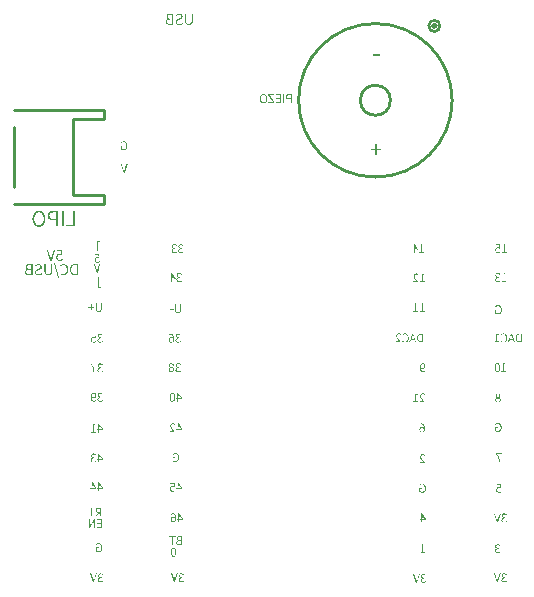
<source format=gbo>
G04 Layer: BottomSilkLayer*
G04 EasyEDA v6.4.25, 2021-10-04T21:02:54--4:00*
G04 e5a6d802368343aa863876e234e9a9e8,96b9eb17c6bf4bf1aa34359f555252a9,10*
G04 Gerber Generator version 0.2*
G04 Scale: 100 percent, Rotated: No, Reflected: No *
G04 Dimensions in millimeters *
G04 leading zeros omitted , absolute positions ,4 integer and 5 decimal *
%FSLAX45Y45*%
%MOMM*%

%ADD10C,0.2540*%
%ADD42C,0.1000*%

%LPD*%
G36*
X-392684Y-36322D02*
G01*
X-399796Y-37134D01*
X-405638Y-39166D01*
X-410311Y-42113D01*
X-414020Y-45466D01*
X-409194Y-50800D01*
X-406196Y-48107D01*
X-402590Y-45821D01*
X-398170Y-44297D01*
X-392938Y-43688D01*
X-387400Y-44246D01*
X-382422Y-45872D01*
X-378104Y-48463D01*
X-374396Y-52069D01*
X-371500Y-56489D01*
X-369316Y-61823D01*
X-367995Y-67868D01*
X-367538Y-74676D01*
X-367944Y-81483D01*
X-369214Y-87579D01*
X-371297Y-92964D01*
X-374142Y-97434D01*
X-377748Y-101041D01*
X-382117Y-103733D01*
X-387146Y-105359D01*
X-392938Y-105918D01*
X-397052Y-105613D01*
X-400964Y-104698D01*
X-404418Y-103225D01*
X-407162Y-101346D01*
X-407162Y-81026D01*
X-390906Y-81026D01*
X-390906Y-73914D01*
X-414782Y-73914D01*
X-414782Y-104902D01*
X-410718Y-108254D01*
X-405485Y-110896D01*
X-399237Y-112674D01*
X-392176Y-113283D01*
X-385114Y-112623D01*
X-378714Y-110642D01*
X-373024Y-107442D01*
X-368198Y-103073D01*
X-364236Y-97586D01*
X-361340Y-90982D01*
X-359511Y-83464D01*
X-358902Y-74930D01*
X-359156Y-69189D01*
X-360019Y-63804D01*
X-361442Y-58826D01*
X-363321Y-54305D01*
X-365658Y-50241D01*
X-368452Y-46685D01*
X-371652Y-43586D01*
X-375208Y-41046D01*
X-379120Y-39014D01*
X-383387Y-37541D01*
X-387908Y-36626D01*
G37*
G36*
X793394Y364032D02*
G01*
X786790Y363372D01*
X780796Y361391D01*
X775411Y358241D01*
X770788Y353872D01*
X767080Y348386D01*
X764286Y341884D01*
X762508Y334365D01*
X761898Y325932D01*
X770534Y325932D01*
X770991Y332638D01*
X772210Y338683D01*
X774141Y343916D01*
X776833Y348335D01*
X780135Y351891D01*
X784047Y354533D01*
X788466Y356108D01*
X793394Y356666D01*
X798322Y356108D01*
X802741Y354533D01*
X806653Y351891D01*
X810006Y348335D01*
X812647Y343916D01*
X814628Y338683D01*
X815848Y332638D01*
X816254Y325932D01*
X815848Y319074D01*
X814628Y312877D01*
X812647Y307492D01*
X810006Y302971D01*
X806653Y299313D01*
X802741Y296672D01*
X798322Y294995D01*
X793394Y294436D01*
X788466Y294995D01*
X784047Y296672D01*
X780135Y299313D01*
X776833Y302971D01*
X774141Y307492D01*
X772210Y312877D01*
X770991Y319074D01*
X770534Y325932D01*
X761898Y325932D01*
X762508Y317398D01*
X764286Y309778D01*
X767080Y303174D01*
X770788Y297586D01*
X775411Y293065D01*
X780796Y289814D01*
X786790Y287782D01*
X793394Y287070D01*
X800100Y287782D01*
X806145Y289814D01*
X811530Y293065D01*
X816102Y297586D01*
X819810Y303174D01*
X822604Y309778D01*
X824331Y317398D01*
X824890Y325932D01*
X824331Y334365D01*
X822604Y341884D01*
X819810Y348386D01*
X816102Y353872D01*
X811530Y358241D01*
X806145Y361391D01*
X800100Y363372D01*
G37*
G36*
X834034Y362762D02*
G01*
X834034Y357682D01*
X874166Y295452D01*
X833526Y295452D01*
X833526Y288340D01*
X884580Y288340D01*
X884580Y293420D01*
X844448Y355650D01*
X880770Y355650D01*
X880770Y362762D01*
G37*
G36*
X896264Y362762D02*
G01*
X896264Y355650D01*
X930300Y355650D01*
X930300Y331012D01*
X901598Y331012D01*
X901598Y323900D01*
X930300Y323900D01*
X930300Y295452D01*
X895248Y295452D01*
X895248Y288340D01*
X938682Y288340D01*
X938682Y362762D01*
G37*
G36*
X959510Y362762D02*
G01*
X959510Y288340D01*
X967892Y288340D01*
X967892Y362762D01*
G37*
G36*
X1010818Y362762D02*
G01*
X1004824Y362508D01*
X999439Y361645D01*
X994714Y360172D01*
X990701Y357987D01*
X987501Y355041D01*
X985113Y351332D01*
X983640Y346710D01*
X983132Y341172D01*
X991514Y341172D01*
X992835Y348183D01*
X996696Y352755D01*
X1003096Y355193D01*
X1012088Y355904D01*
X1023010Y355904D01*
X1023010Y325424D01*
X1011580Y325424D01*
X1002792Y326339D01*
X996492Y329133D01*
X992784Y334010D01*
X991514Y341172D01*
X983132Y341172D01*
X983640Y335737D01*
X985113Y331063D01*
X987450Y327152D01*
X990650Y323951D01*
X994562Y321462D01*
X999236Y319735D01*
X1004468Y318668D01*
X1010310Y318312D01*
X1023010Y318312D01*
X1023010Y288340D01*
X1031392Y288340D01*
X1031392Y362762D01*
G37*
G36*
X2147874Y-3697935D02*
G01*
X2139442Y-3699154D01*
X2132736Y-3702710D01*
X2128367Y-3708450D01*
X2126792Y-3716223D01*
X2127758Y-3722624D01*
X2130450Y-3727754D01*
X2134616Y-3731717D01*
X2140000Y-3734511D01*
X2140000Y-3734765D01*
X2133904Y-3737152D01*
X2128875Y-3741267D01*
X2125472Y-3746855D01*
X2124252Y-3753815D01*
X2124710Y-3758539D01*
X2126081Y-3762705D01*
X2128215Y-3766312D01*
X2131060Y-3769309D01*
X2134514Y-3771696D01*
X2138476Y-3773474D01*
X2142896Y-3774541D01*
X2147620Y-3774897D01*
X2155545Y-3774084D01*
X2161997Y-3771798D01*
X2167128Y-3768598D01*
X2171242Y-3764737D01*
X2166924Y-3759403D01*
X2163419Y-3762705D01*
X2159254Y-3765448D01*
X2154174Y-3767328D01*
X2148128Y-3768039D01*
X2141829Y-3767023D01*
X2136952Y-3764127D01*
X2133752Y-3759555D01*
X2132634Y-3753561D01*
X2133904Y-3747262D01*
X2137968Y-3742385D01*
X2145284Y-3739184D01*
X2156256Y-3738067D01*
X2156256Y-3731717D01*
X2146300Y-3730599D01*
X2139797Y-3727500D01*
X2136241Y-3722827D01*
X2135174Y-3716985D01*
X2136089Y-3711956D01*
X2138680Y-3708095D01*
X2142794Y-3705555D01*
X2148128Y-3704539D01*
X2152599Y-3705250D01*
X2156764Y-3706825D01*
X2160524Y-3709162D01*
X2163876Y-3712159D01*
X2168448Y-3706571D01*
X2164080Y-3703167D01*
X2159304Y-3700424D01*
X2153920Y-3698595D01*
G37*
G36*
X2061006Y-3699205D02*
G01*
X2084628Y-3773627D01*
X2094280Y-3773627D01*
X2118156Y-3699205D01*
X2109520Y-3699205D01*
X2096820Y-3740353D01*
X2089708Y-3764991D01*
X2089200Y-3764991D01*
X2069388Y-3699205D01*
G37*
G36*
X2137664Y-3447999D02*
G01*
X2137664Y-3515563D01*
X2122678Y-3515563D01*
X2122678Y-3522421D01*
X2162556Y-3522421D01*
X2162556Y-3515563D01*
X2146046Y-3515563D01*
X2146046Y-3458413D01*
X2159000Y-3458413D01*
X2159000Y-3453079D01*
X2154478Y-3452215D01*
X2150516Y-3451047D01*
X2147062Y-3449624D01*
X2144014Y-3447999D01*
G37*
G36*
X2124862Y-3185769D02*
G01*
X2124862Y-3195421D01*
X2132482Y-3195421D01*
X2138578Y-3206343D01*
X2156358Y-3232759D01*
X2132736Y-3232759D01*
X2132685Y-3205632D01*
X2132330Y-3198622D01*
X2131974Y-3195421D01*
X2124862Y-3195421D01*
X2124862Y-3232759D01*
X2114702Y-3232759D01*
X2114702Y-3239363D01*
X2124862Y-3239363D01*
X2124862Y-3260191D01*
X2132736Y-3260191D01*
X2132736Y-3239363D01*
X2165248Y-3239363D01*
X2165248Y-3234029D01*
X2133752Y-3185769D01*
G37*
G36*
X2830880Y-3187242D02*
G01*
X2822448Y-3188462D01*
X2815793Y-3191967D01*
X2811373Y-3197707D01*
X2809798Y-3205530D01*
X2810764Y-3211880D01*
X2813456Y-3217011D01*
X2817622Y-3220974D01*
X2823006Y-3223818D01*
X2823006Y-3224072D01*
X2816910Y-3226460D01*
X2811881Y-3230524D01*
X2808528Y-3236112D01*
X2807258Y-3243122D01*
X2807766Y-3247796D01*
X2809087Y-3251962D01*
X2811272Y-3255568D01*
X2814116Y-3258616D01*
X2817571Y-3261004D01*
X2821533Y-3262731D01*
X2825902Y-3263798D01*
X2830626Y-3264204D01*
X2838602Y-3263341D01*
X2845003Y-3261106D01*
X2850184Y-3257854D01*
X2854248Y-3254044D01*
X2849930Y-3248710D01*
X2846425Y-3251962D01*
X2842260Y-3254705D01*
X2837230Y-3256635D01*
X2831134Y-3257346D01*
X2824886Y-3256330D01*
X2819958Y-3253435D01*
X2816809Y-3248863D01*
X2815640Y-3242868D01*
X2816910Y-3236569D01*
X2820974Y-3231692D01*
X2828290Y-3228492D01*
X2839262Y-3227374D01*
X2839262Y-3221024D01*
X2829356Y-3219856D01*
X2822803Y-3216757D01*
X2819247Y-3212134D01*
X2818180Y-3206292D01*
X2819095Y-3201263D01*
X2821736Y-3197402D01*
X2825800Y-3194862D01*
X2831134Y-3193846D01*
X2835605Y-3194507D01*
X2839770Y-3196132D01*
X2843580Y-3198469D01*
X2846882Y-3201466D01*
X2851454Y-3195878D01*
X2847086Y-3192475D01*
X2842310Y-3189732D01*
X2836976Y-3187903D01*
G37*
G36*
X2744012Y-3188512D02*
G01*
X2767634Y-3262934D01*
X2777286Y-3262934D01*
X2801162Y-3188512D01*
X2792526Y-3188512D01*
X2779826Y-3229660D01*
X2772714Y-3254298D01*
X2772206Y-3254298D01*
X2752394Y-3188512D01*
G37*
G36*
X2775712Y-3446729D02*
G01*
X2767279Y-3447948D01*
X2760573Y-3451504D01*
X2756204Y-3457244D01*
X2754630Y-3465017D01*
X2755595Y-3471418D01*
X2758287Y-3476548D01*
X2762453Y-3480511D01*
X2767838Y-3483305D01*
X2767838Y-3483559D01*
X2761742Y-3485997D01*
X2756712Y-3490061D01*
X2753309Y-3495649D01*
X2752090Y-3502609D01*
X2752547Y-3507333D01*
X2753918Y-3511499D01*
X2756052Y-3515106D01*
X2758897Y-3518103D01*
X2762351Y-3520490D01*
X2766314Y-3522268D01*
X2770733Y-3523335D01*
X2775458Y-3523691D01*
X2783281Y-3522878D01*
X2789732Y-3520643D01*
X2794965Y-3517392D01*
X2799080Y-3513531D01*
X2794762Y-3508197D01*
X2791256Y-3511499D01*
X2787091Y-3514242D01*
X2782011Y-3516122D01*
X2775966Y-3516833D01*
X2769666Y-3515817D01*
X2764790Y-3512921D01*
X2761589Y-3508400D01*
X2760472Y-3502355D01*
X2761691Y-3496106D01*
X2765653Y-3491179D01*
X2772867Y-3488029D01*
X2783840Y-3486861D01*
X2783840Y-3480511D01*
X2774035Y-3479393D01*
X2767584Y-3476294D01*
X2764078Y-3471621D01*
X2763012Y-3465779D01*
X2763926Y-3460750D01*
X2766517Y-3456889D01*
X2770632Y-3454349D01*
X2775966Y-3453333D01*
X2780385Y-3454044D01*
X2784500Y-3455619D01*
X2788259Y-3458006D01*
X2791714Y-3460953D01*
X2796286Y-3455365D01*
X2791917Y-3452012D01*
X2787142Y-3449269D01*
X2781757Y-3447389D01*
G37*
G36*
X2830830Y-3694531D02*
G01*
X2822397Y-3695700D01*
X2815742Y-3699256D01*
X2811322Y-3704996D01*
X2809748Y-3712819D01*
X2810713Y-3719169D01*
X2813456Y-3724300D01*
X2817672Y-3728262D01*
X2823210Y-3731107D01*
X2823210Y-3731361D01*
X2816961Y-3733749D01*
X2811881Y-3737813D01*
X2808478Y-3743401D01*
X2807208Y-3750411D01*
X2807665Y-3755085D01*
X2809036Y-3759250D01*
X2811170Y-3762857D01*
X2814066Y-3765905D01*
X2817520Y-3768293D01*
X2821482Y-3770020D01*
X2825851Y-3771087D01*
X2830576Y-3771493D01*
X2838500Y-3770629D01*
X2844952Y-3768394D01*
X2850134Y-3765143D01*
X2854198Y-3761333D01*
X2849880Y-3755999D01*
X2846374Y-3759250D01*
X2842209Y-3761994D01*
X2837180Y-3763924D01*
X2831084Y-3764635D01*
X2824937Y-3763619D01*
X2820009Y-3760724D01*
X2816758Y-3756151D01*
X2815590Y-3750157D01*
X2816860Y-3743858D01*
X2820924Y-3738981D01*
X2828239Y-3735781D01*
X2839212Y-3734663D01*
X2839212Y-3728313D01*
X2829407Y-3727145D01*
X2822854Y-3724046D01*
X2819247Y-3719372D01*
X2818130Y-3713581D01*
X2819044Y-3708552D01*
X2821686Y-3704691D01*
X2825851Y-3702151D01*
X2831338Y-3701135D01*
X2835757Y-3701796D01*
X2839872Y-3703421D01*
X2843580Y-3705758D01*
X2846832Y-3708755D01*
X2851404Y-3703167D01*
X2847136Y-3699764D01*
X2842361Y-3697020D01*
X2836926Y-3695192D01*
G37*
G36*
X2743962Y-3695801D02*
G01*
X2767838Y-3770223D01*
X2777490Y-3770223D01*
X2801366Y-3695801D01*
X2792476Y-3695801D01*
X2772664Y-3761587D01*
X2772156Y-3761587D01*
X2752598Y-3695801D01*
G37*
G36*
X2767076Y-2937205D02*
G01*
X2767076Y-2944317D01*
X2795270Y-2944317D01*
X2797302Y-2966923D01*
X2794762Y-2965551D01*
X2792069Y-2964637D01*
X2789123Y-2964027D01*
X2785872Y-2963875D01*
X2781350Y-2964180D01*
X2777134Y-2965246D01*
X2773375Y-2966974D01*
X2770073Y-2969463D01*
X2767330Y-2972765D01*
X2765298Y-2976829D01*
X2763977Y-2981706D01*
X2763520Y-2987497D01*
X2764078Y-2993237D01*
X2765552Y-2998317D01*
X2767888Y-3002635D01*
X2770886Y-3006293D01*
X2774492Y-3009138D01*
X2778556Y-3011170D01*
X2782874Y-3012440D01*
X2787396Y-3012897D01*
X2795320Y-3012033D01*
X2801721Y-3009849D01*
X2806852Y-3006648D01*
X2811018Y-3002991D01*
X2806700Y-2997657D01*
X2803347Y-3000756D01*
X2799283Y-3003448D01*
X2794254Y-3005328D01*
X2788158Y-3006039D01*
X2781909Y-3004718D01*
X2776728Y-3001060D01*
X2773222Y-2995320D01*
X2771902Y-2987751D01*
X2773070Y-2980385D01*
X2776321Y-2974848D01*
X2781350Y-2971393D01*
X2787904Y-2970225D01*
X2791409Y-2970479D01*
X2794457Y-2971292D01*
X2797302Y-2972663D01*
X2800350Y-2974543D01*
X2804922Y-2971749D01*
X2802636Y-2937205D01*
G37*
G36*
X2134717Y-2934512D02*
G01*
X2127758Y-2935325D01*
X2121966Y-2937357D01*
X2117344Y-2940304D01*
X2113635Y-2943656D01*
X2118207Y-2948990D01*
X2121306Y-2946298D01*
X2124964Y-2944012D01*
X2129332Y-2942488D01*
X2134717Y-2941878D01*
X2140153Y-2942437D01*
X2145080Y-2944063D01*
X2149398Y-2946654D01*
X2153005Y-2950260D01*
X2155952Y-2954680D01*
X2158085Y-2960014D01*
X2159406Y-2966059D01*
X2159863Y-2972866D01*
X2159457Y-2979674D01*
X2158187Y-2985770D01*
X2156104Y-2991154D01*
X2153310Y-2995625D01*
X2149703Y-2999232D01*
X2145385Y-3001924D01*
X2140407Y-3003550D01*
X2134717Y-3004108D01*
X2130552Y-3003804D01*
X2126640Y-3002889D01*
X2123236Y-3001416D01*
X2120493Y-2999536D01*
X2120493Y-2979216D01*
X2136749Y-2979216D01*
X2136749Y-2972104D01*
X2112619Y-2972104D01*
X2112619Y-3003092D01*
X2116836Y-3006445D01*
X2122170Y-3009087D01*
X2128418Y-3010865D01*
X2135479Y-3011474D01*
X2142439Y-3010814D01*
X2148789Y-3008833D01*
X2154428Y-3005632D01*
X2159254Y-3001264D01*
X2163165Y-2995777D01*
X2166061Y-2989173D01*
X2167890Y-2981655D01*
X2168499Y-2973120D01*
X2168194Y-2967380D01*
X2167382Y-2961995D01*
X2166010Y-2957017D01*
X2164130Y-2952496D01*
X2161794Y-2948432D01*
X2159050Y-2944876D01*
X2155850Y-2941777D01*
X2152294Y-2939237D01*
X2148332Y-2937205D01*
X2144115Y-2935732D01*
X2139543Y-2934817D01*
G37*
G36*
X2141372Y-2684729D02*
G01*
X2136648Y-2685135D01*
X2132482Y-2686304D01*
X2128824Y-2688183D01*
X2125726Y-2690723D01*
X2123287Y-2693873D01*
X2121509Y-2697581D01*
X2120392Y-2701848D01*
X2120036Y-2706573D01*
X2120544Y-2712212D01*
X2122119Y-2717901D01*
X2124710Y-2723642D01*
X2128164Y-2729433D01*
X2132482Y-2735326D01*
X2137613Y-2741371D01*
X2143455Y-2747518D01*
X2150008Y-2753817D01*
X2137816Y-2753309D01*
X2116480Y-2753309D01*
X2116480Y-2760421D01*
X2162454Y-2760421D01*
X2162454Y-2755341D01*
X2154123Y-2747873D01*
X2147011Y-2740914D01*
X2141118Y-2734360D01*
X2136343Y-2728214D01*
X2132736Y-2722473D01*
X2130145Y-2716987D01*
X2128672Y-2711805D01*
X2128164Y-2706827D01*
X2128977Y-2700680D01*
X2131517Y-2695752D01*
X2135886Y-2692501D01*
X2142134Y-2691333D01*
X2146706Y-2692044D01*
X2150872Y-2693974D01*
X2154682Y-2696819D01*
X2158136Y-2700223D01*
X2162962Y-2695651D01*
X2158288Y-2691180D01*
X2153310Y-2687726D01*
X2147722Y-2685491D01*
G37*
G36*
X2763570Y-2678480D02*
G01*
X2763570Y-2683560D01*
X2767634Y-2689148D01*
X2771190Y-2694533D01*
X2774238Y-2699867D01*
X2776778Y-2705150D01*
X2778912Y-2710484D01*
X2780690Y-2715869D01*
X2782112Y-2721406D01*
X2784144Y-2733040D01*
X2785262Y-2745892D01*
X2785668Y-2752902D01*
X2794304Y-2752902D01*
X2793288Y-2739390D01*
X2791460Y-2727248D01*
X2790190Y-2721559D01*
X2788716Y-2716123D01*
X2786888Y-2710840D01*
X2784805Y-2705709D01*
X2782417Y-2700680D01*
X2779725Y-2695651D01*
X2773222Y-2685592D01*
X2809544Y-2685592D01*
X2809544Y-2678480D01*
G37*
G36*
X2776016Y-2420721D02*
G01*
X2769006Y-2421483D01*
X2763266Y-2423566D01*
X2758592Y-2426512D01*
X2754934Y-2429865D01*
X2759506Y-2435199D01*
X2762554Y-2432456D01*
X2766212Y-2430221D01*
X2770632Y-2428646D01*
X2776016Y-2428087D01*
X2781452Y-2428646D01*
X2786329Y-2430272D01*
X2790647Y-2432862D01*
X2794304Y-2436418D01*
X2797200Y-2440889D01*
X2799334Y-2446172D01*
X2800705Y-2452268D01*
X2801112Y-2459075D01*
X2800705Y-2465882D01*
X2799435Y-2471978D01*
X2797403Y-2477312D01*
X2794558Y-2481834D01*
X2791002Y-2485440D01*
X2786684Y-2488133D01*
X2781655Y-2489758D01*
X2776016Y-2490317D01*
X2771851Y-2490012D01*
X2767939Y-2489098D01*
X2764485Y-2487625D01*
X2761742Y-2485745D01*
X2761742Y-2465425D01*
X2778048Y-2465425D01*
X2778048Y-2458313D01*
X2753918Y-2458313D01*
X2753918Y-2489301D01*
X2758084Y-2492654D01*
X2763418Y-2495296D01*
X2769666Y-2497074D01*
X2776728Y-2497683D01*
X2783738Y-2497023D01*
X2790037Y-2495042D01*
X2795676Y-2491841D01*
X2800502Y-2487472D01*
X2804414Y-2481935D01*
X2807309Y-2475382D01*
X2809138Y-2467813D01*
X2809798Y-2459329D01*
X2809494Y-2453538D01*
X2808630Y-2448204D01*
X2807258Y-2443226D01*
X2805430Y-2438704D01*
X2803093Y-2434640D01*
X2800299Y-2431084D01*
X2797149Y-2427986D01*
X2793542Y-2425446D01*
X2789631Y-2423414D01*
X2785364Y-2421940D01*
X2780842Y-2421026D01*
G37*
G36*
X2131568Y-2424531D02*
G01*
X2126284Y-2425039D01*
X2121712Y-2426563D01*
X2117852Y-2428900D01*
X2114550Y-2431897D01*
X2119122Y-2437231D01*
X2121662Y-2434793D01*
X2124659Y-2432964D01*
X2127910Y-2431796D01*
X2131314Y-2431389D01*
X2135124Y-2431796D01*
X2138730Y-2433015D01*
X2142032Y-2435199D01*
X2144877Y-2438400D01*
X2147316Y-2442718D01*
X2149195Y-2448204D01*
X2150364Y-2454960D01*
X2150872Y-2463139D01*
X2147112Y-2459380D01*
X2142845Y-2456586D01*
X2138324Y-2454859D01*
X2133854Y-2454249D01*
X2129332Y-2454605D01*
X2125268Y-2455722D01*
X2121763Y-2457551D01*
X2118817Y-2460091D01*
X2116429Y-2463342D01*
X2114702Y-2467305D01*
X2113635Y-2471978D01*
X2113280Y-2477363D01*
X2121154Y-2477363D01*
X2121966Y-2470404D01*
X2124506Y-2465019D01*
X2128875Y-2461564D01*
X2135124Y-2460345D01*
X2138781Y-2460904D01*
X2142693Y-2462631D01*
X2146706Y-2465679D01*
X2150618Y-2470251D01*
X2148992Y-2480716D01*
X2145690Y-2488438D01*
X2140712Y-2493264D01*
X2134108Y-2494889D01*
X2128977Y-2493619D01*
X2124862Y-2490012D01*
X2122119Y-2484475D01*
X2121154Y-2477363D01*
X2113280Y-2477363D01*
X2113737Y-2482545D01*
X2114956Y-2487218D01*
X2116937Y-2491333D01*
X2119477Y-2494838D01*
X2122627Y-2497683D01*
X2126132Y-2499766D01*
X2129993Y-2501036D01*
X2134108Y-2501493D01*
X2139340Y-2500884D01*
X2144064Y-2499156D01*
X2148281Y-2496261D01*
X2151837Y-2492248D01*
X2154783Y-2487066D01*
X2156917Y-2480818D01*
X2158288Y-2473401D01*
X2158746Y-2464917D01*
X2158136Y-2454706D01*
X2156510Y-2446172D01*
X2153920Y-2439162D01*
X2150465Y-2433675D01*
X2146401Y-2429510D01*
X2141829Y-2426665D01*
X2136800Y-2425039D01*
G37*
G36*
X2141372Y-2171293D02*
G01*
X2136648Y-2171700D01*
X2132431Y-2172868D01*
X2128824Y-2174748D01*
X2125726Y-2177288D01*
X2123287Y-2180437D01*
X2121509Y-2184196D01*
X2120392Y-2188413D01*
X2120036Y-2193137D01*
X2120544Y-2198776D01*
X2122119Y-2204466D01*
X2124710Y-2210206D01*
X2128164Y-2215997D01*
X2132482Y-2221941D01*
X2137613Y-2227935D01*
X2143455Y-2234082D01*
X2150008Y-2240381D01*
X2140762Y-2239924D01*
X2116480Y-2239873D01*
X2116480Y-2246985D01*
X2162454Y-2246985D01*
X2162454Y-2241905D01*
X2154123Y-2234488D01*
X2147011Y-2227478D01*
X2141118Y-2220976D01*
X2136343Y-2214829D01*
X2132685Y-2209038D01*
X2130145Y-2203551D01*
X2128672Y-2198370D01*
X2128164Y-2193391D01*
X2128977Y-2187244D01*
X2131517Y-2182317D01*
X2135886Y-2179066D01*
X2142134Y-2177897D01*
X2146706Y-2178608D01*
X2150872Y-2180539D01*
X2154682Y-2183384D01*
X2158136Y-2186787D01*
X2162962Y-2182215D01*
X2158288Y-2177745D01*
X2153310Y-2174290D01*
X2147722Y-2172106D01*
G37*
G36*
X2077364Y-2172563D02*
G01*
X2077364Y-2240127D01*
X2062124Y-2240127D01*
X2062124Y-2246985D01*
X2102256Y-2246985D01*
X2102256Y-2240127D01*
X2085492Y-2240127D01*
X2085492Y-2182977D01*
X2098700Y-2182977D01*
X2098700Y-2177643D01*
X2094230Y-2176780D01*
X2090267Y-2175611D01*
X2086762Y-2174189D01*
X2083714Y-2172563D01*
G37*
G36*
X2778201Y-2171598D02*
G01*
X2769819Y-2173020D01*
X2763520Y-2177084D01*
X2759557Y-2183231D01*
X2758135Y-2191156D01*
X2758222Y-2191664D01*
X2765247Y-2191664D01*
X2766161Y-2186279D01*
X2768701Y-2181910D01*
X2772867Y-2179015D01*
X2778455Y-2177948D01*
X2783382Y-2178812D01*
X2787243Y-2181402D01*
X2789732Y-2185314D01*
X2790647Y-2190394D01*
X2789224Y-2196338D01*
X2785364Y-2200808D01*
X2779826Y-2204212D01*
X2773375Y-2206904D01*
X2769870Y-2203450D01*
X2767330Y-2199741D01*
X2765806Y-2195779D01*
X2765247Y-2191664D01*
X2758222Y-2191664D01*
X2759100Y-2196795D01*
X2761488Y-2201875D01*
X2764688Y-2206040D01*
X2768041Y-2209190D01*
X2768041Y-2209698D01*
X2763418Y-2212898D01*
X2759456Y-2217064D01*
X2756662Y-2222449D01*
X2755635Y-2229002D01*
X2763469Y-2229002D01*
X2765145Y-2222296D01*
X2769565Y-2217420D01*
X2776016Y-2213711D01*
X2783789Y-2210460D01*
X2788158Y-2213864D01*
X2791510Y-2217978D01*
X2793695Y-2222703D01*
X2794457Y-2227986D01*
X2793238Y-2233625D01*
X2789885Y-2238146D01*
X2784805Y-2241092D01*
X2778455Y-2242210D01*
X2772257Y-2241194D01*
X2767533Y-2238451D01*
X2764536Y-2234234D01*
X2763469Y-2229002D01*
X2755635Y-2229002D01*
X2757271Y-2236724D01*
X2761894Y-2242769D01*
X2769108Y-2246782D01*
X2778455Y-2248306D01*
X2783433Y-2247900D01*
X2787954Y-2246782D01*
X2791968Y-2245004D01*
X2795422Y-2242667D01*
X2798216Y-2239772D01*
X2800350Y-2236368D01*
X2801620Y-2232609D01*
X2802077Y-2228494D01*
X2800858Y-2221585D01*
X2797657Y-2215794D01*
X2793187Y-2211222D01*
X2788107Y-2207920D01*
X2788107Y-2207412D01*
X2792069Y-2204313D01*
X2795320Y-2200503D01*
X2797505Y-2195830D01*
X2798267Y-2190394D01*
X2796743Y-2182723D01*
X2792526Y-2176780D01*
X2786176Y-2172919D01*
G37*
G36*
X2773019Y-1912721D02*
G01*
X2767990Y-1913280D01*
X2763520Y-1915058D01*
X2759608Y-1918004D01*
X2756357Y-1922170D01*
X2753715Y-1927504D01*
X2751734Y-1934057D01*
X2750566Y-1941830D01*
X2750159Y-1950821D01*
X2758287Y-1950821D01*
X2758541Y-1943252D01*
X2759303Y-1936800D01*
X2760573Y-1931365D01*
X2762300Y-1926996D01*
X2764434Y-1923592D01*
X2766974Y-1921205D01*
X2769819Y-1919782D01*
X2773019Y-1919325D01*
X2776118Y-1919782D01*
X2778963Y-1921205D01*
X2781452Y-1923592D01*
X2783586Y-1926996D01*
X2785364Y-1931365D01*
X2786634Y-1936800D01*
X2787446Y-1943252D01*
X2787751Y-1950821D01*
X2787446Y-1958644D01*
X2786634Y-1965299D01*
X2785364Y-1970836D01*
X2783586Y-1975307D01*
X2781452Y-1978761D01*
X2778963Y-1981200D01*
X2776118Y-1982622D01*
X2773019Y-1983079D01*
X2769819Y-1982622D01*
X2766974Y-1981200D01*
X2764434Y-1978761D01*
X2762300Y-1975307D01*
X2760573Y-1970836D01*
X2759303Y-1965299D01*
X2758541Y-1958644D01*
X2758287Y-1950821D01*
X2750159Y-1950821D01*
X2750566Y-1960016D01*
X2751734Y-1967941D01*
X2753715Y-1974596D01*
X2756357Y-1980082D01*
X2759608Y-1984298D01*
X2763520Y-1987296D01*
X2767990Y-1989074D01*
X2773019Y-1989683D01*
X2777998Y-1989074D01*
X2782468Y-1987296D01*
X2786380Y-1984298D01*
X2789682Y-1980082D01*
X2792323Y-1974596D01*
X2794254Y-1967941D01*
X2795473Y-1960016D01*
X2795879Y-1950821D01*
X2795473Y-1941830D01*
X2794254Y-1934057D01*
X2792323Y-1927504D01*
X2789682Y-1922170D01*
X2786380Y-1918004D01*
X2782468Y-1915058D01*
X2777998Y-1913280D01*
G37*
G36*
X2822803Y-1913991D02*
G01*
X2822803Y-1981555D01*
X2807563Y-1981555D01*
X2807563Y-1988413D01*
X2847695Y-1988413D01*
X2847695Y-1981555D01*
X2830931Y-1981555D01*
X2830931Y-1924405D01*
X2844139Y-1924405D01*
X2844139Y-1919071D01*
X2839516Y-1918157D01*
X2835554Y-1916988D01*
X2832049Y-1915617D01*
X2828899Y-1913991D01*
G37*
G36*
X2141626Y-1914499D02*
G01*
X2136495Y-1915058D01*
X2131771Y-1916734D01*
X2127605Y-1919427D01*
X2123998Y-1923288D01*
X2121052Y-1928215D01*
X2118868Y-1934260D01*
X2117496Y-1941372D01*
X2117240Y-1945487D01*
X2124862Y-1945487D01*
X2126538Y-1935073D01*
X2129942Y-1927402D01*
X2134971Y-1922729D01*
X2141626Y-1921103D01*
X2146909Y-1922373D01*
X2151126Y-1925929D01*
X2153869Y-1931416D01*
X2154834Y-1938375D01*
X2153970Y-1945487D01*
X2151430Y-1950923D01*
X2147112Y-1954428D01*
X2141118Y-1955647D01*
X2137054Y-1955088D01*
X2132888Y-1953260D01*
X2128824Y-1950110D01*
X2124862Y-1945487D01*
X2117240Y-1945487D01*
X2116988Y-1949551D01*
X2117598Y-1960118D01*
X2119223Y-1968957D01*
X2121814Y-1976221D01*
X2125218Y-1981962D01*
X2129231Y-1986280D01*
X2133701Y-1989226D01*
X2138578Y-1990953D01*
X2143658Y-1991461D01*
X2149144Y-1990953D01*
X2153869Y-1989429D01*
X2157831Y-1987092D01*
X2161184Y-1984095D01*
X2156612Y-1978761D01*
X2153920Y-1981301D01*
X2150872Y-1983130D01*
X2147468Y-1984248D01*
X2143912Y-1984603D01*
X2140356Y-1984248D01*
X2137003Y-1982978D01*
X2133854Y-1980793D01*
X2131060Y-1977542D01*
X2128672Y-1973173D01*
X2126843Y-1967585D01*
X2125522Y-1960676D01*
X2124862Y-1952345D01*
X2128621Y-1956307D01*
X2132888Y-1959254D01*
X2137511Y-1961134D01*
X2142388Y-1961743D01*
X2146858Y-1961388D01*
X2150821Y-1960270D01*
X2154326Y-1958441D01*
X2157222Y-1955901D01*
X2159558Y-1952599D01*
X2161286Y-1948586D01*
X2162352Y-1943862D01*
X2162708Y-1938375D01*
X2162302Y-1933295D01*
X2161032Y-1928672D01*
X2159050Y-1924608D01*
X2156460Y-1921103D01*
X2153361Y-1918309D01*
X2149754Y-1916277D01*
X2145842Y-1914956D01*
G37*
G36*
X1938578Y-1663344D02*
G01*
X1933854Y-1663700D01*
X1929688Y-1664868D01*
X1926031Y-1666748D01*
X1922932Y-1669288D01*
X1920493Y-1672437D01*
X1918716Y-1676196D01*
X1917598Y-1680413D01*
X1917242Y-1685188D01*
X1917801Y-1690776D01*
X1919376Y-1696466D01*
X1921967Y-1702206D01*
X1925472Y-1708048D01*
X1929790Y-1713941D01*
X1934921Y-1719935D01*
X1940763Y-1726133D01*
X1947214Y-1732432D01*
X1937969Y-1731924D01*
X1913686Y-1731924D01*
X1913686Y-1739036D01*
X1959914Y-1739036D01*
X1959914Y-1733956D01*
X1951583Y-1726488D01*
X1944420Y-1719478D01*
X1938477Y-1712975D01*
X1933702Y-1706829D01*
X1929993Y-1701038D01*
X1927402Y-1695551D01*
X1925878Y-1690370D01*
X1925370Y-1685442D01*
X1926234Y-1679244D01*
X1928875Y-1674317D01*
X1933295Y-1671116D01*
X1939594Y-1669948D01*
X1944065Y-1670659D01*
X1948230Y-1672539D01*
X1952040Y-1675384D01*
X1955342Y-1678838D01*
X1960422Y-1674266D01*
X1955749Y-1669745D01*
X1950720Y-1666290D01*
X1945081Y-1664106D01*
G37*
G36*
X1990140Y-1663344D02*
G01*
X1983841Y-1664055D01*
X1978304Y-1666087D01*
X1973681Y-1668983D01*
X1970074Y-1672488D01*
X1974646Y-1677822D01*
X1977745Y-1674875D01*
X1981352Y-1672640D01*
X1985467Y-1671167D01*
X1990140Y-1670710D01*
X1995322Y-1671218D01*
X1999996Y-1672843D01*
X2004110Y-1675485D01*
X2007616Y-1679041D01*
X2010460Y-1683512D01*
X2012543Y-1688795D01*
X2013813Y-1694891D01*
X2014270Y-1701698D01*
X2013864Y-1708505D01*
X2012594Y-1714601D01*
X2010613Y-1719935D01*
X2007870Y-1724456D01*
X2004415Y-1728063D01*
X2000351Y-1730705D01*
X1995627Y-1732381D01*
X1990394Y-1732940D01*
X1985314Y-1732330D01*
X1980742Y-1730705D01*
X1976628Y-1728012D01*
X1972868Y-1724304D01*
X1968042Y-1729638D01*
X1972716Y-1734159D01*
X1978050Y-1737512D01*
X1984095Y-1739595D01*
X1990902Y-1740306D01*
X1997506Y-1739595D01*
X2003602Y-1737664D01*
X2009038Y-1734464D01*
X2013762Y-1730044D01*
X2017572Y-1724558D01*
X2020468Y-1718005D01*
X2022297Y-1710436D01*
X2022906Y-1701952D01*
X2022246Y-1693418D01*
X2020417Y-1685848D01*
X2017471Y-1679244D01*
X2013559Y-1673656D01*
X2008784Y-1669237D01*
X2003196Y-1665986D01*
X1996948Y-1664004D01*
G37*
G36*
X2053640Y-1664614D02*
G01*
X2038318Y-1709064D01*
X2046528Y-1709064D01*
X2058212Y-1671726D01*
X2058466Y-1671726D01*
X2066086Y-1696872D01*
X2070150Y-1709064D01*
X2038318Y-1709064D01*
X2027986Y-1739036D01*
X2037130Y-1739036D01*
X2044496Y-1715668D01*
X2072182Y-1715668D01*
X2079802Y-1739036D01*
X2088184Y-1739036D01*
X2062784Y-1664614D01*
G37*
G36*
X2128316Y-1664614D02*
G01*
X2122830Y-1664868D01*
X2117801Y-1665681D01*
X2113229Y-1667052D01*
X2109114Y-1668932D01*
X2105507Y-1671370D01*
X2102358Y-1674266D01*
X2099665Y-1677619D01*
X2097430Y-1681480D01*
X2095754Y-1685798D01*
X2094484Y-1690573D01*
X2093772Y-1695805D01*
X2093518Y-1701444D01*
X2102154Y-1701444D01*
X2102561Y-1694738D01*
X2103831Y-1688795D01*
X2105914Y-1683664D01*
X2108860Y-1679397D01*
X2112619Y-1675993D01*
X2117242Y-1673504D01*
X2122728Y-1671980D01*
X2129078Y-1671472D01*
X2138222Y-1671472D01*
X2138222Y-1732178D01*
X2129078Y-1732178D01*
X2122728Y-1731619D01*
X2117242Y-1730044D01*
X2112619Y-1727454D01*
X2108860Y-1723948D01*
X2105914Y-1719529D01*
X2103831Y-1714246D01*
X2102561Y-1708200D01*
X2102154Y-1701444D01*
X2093518Y-1701444D01*
X2093772Y-1707083D01*
X2094484Y-1712315D01*
X2095754Y-1717141D01*
X2097430Y-1721561D01*
X2099614Y-1725523D01*
X2102307Y-1728978D01*
X2105456Y-1731975D01*
X2109063Y-1734464D01*
X2113127Y-1736445D01*
X2117648Y-1737868D01*
X2122627Y-1738731D01*
X2128062Y-1739036D01*
X2146604Y-1739036D01*
X2146604Y-1664614D01*
G37*
G36*
X2824327Y-1663344D02*
G01*
X2818028Y-1664055D01*
X2812491Y-1666087D01*
X2807868Y-1668983D01*
X2804261Y-1672488D01*
X2808833Y-1677822D01*
X2811932Y-1674875D01*
X2815539Y-1672640D01*
X2819654Y-1671218D01*
X2824327Y-1670710D01*
X2829509Y-1671269D01*
X2834182Y-1672843D01*
X2838297Y-1675485D01*
X2841802Y-1679041D01*
X2844647Y-1683512D01*
X2846730Y-1688795D01*
X2848000Y-1694891D01*
X2848457Y-1701698D01*
X2848051Y-1708505D01*
X2846781Y-1714601D01*
X2844800Y-1719935D01*
X2842056Y-1724456D01*
X2838602Y-1728063D01*
X2834538Y-1730705D01*
X2829814Y-1732381D01*
X2824581Y-1732940D01*
X2819501Y-1732381D01*
X2814980Y-1730705D01*
X2810814Y-1728012D01*
X2807055Y-1724304D01*
X2802229Y-1729638D01*
X2806903Y-1734159D01*
X2812237Y-1737512D01*
X2818282Y-1739595D01*
X2825089Y-1740306D01*
X2831693Y-1739646D01*
X2837789Y-1737664D01*
X2843225Y-1734464D01*
X2847949Y-1730044D01*
X2851810Y-1724558D01*
X2854655Y-1718005D01*
X2856484Y-1710436D01*
X2857093Y-1701952D01*
X2856433Y-1693418D01*
X2854604Y-1685848D01*
X2851658Y-1679244D01*
X2847746Y-1673656D01*
X2842971Y-1669237D01*
X2837383Y-1665986D01*
X2831134Y-1664004D01*
G37*
G36*
X2764637Y-1664614D02*
G01*
X2764637Y-1732178D01*
X2749397Y-1732178D01*
X2749397Y-1739036D01*
X2789529Y-1739036D01*
X2789529Y-1732178D01*
X2772765Y-1732178D01*
X2772765Y-1675028D01*
X2785973Y-1675028D01*
X2785973Y-1669694D01*
X2781503Y-1668780D01*
X2777540Y-1667611D01*
X2774035Y-1666189D01*
X2770987Y-1664614D01*
G37*
G36*
X2887827Y-1664614D02*
G01*
X2872505Y-1709064D01*
X2880715Y-1709064D01*
X2892399Y-1671726D01*
X2892653Y-1671726D01*
X2900273Y-1696872D01*
X2904337Y-1709064D01*
X2872505Y-1709064D01*
X2862173Y-1739036D01*
X2871317Y-1739036D01*
X2878683Y-1715668D01*
X2906369Y-1715668D01*
X2913989Y-1739036D01*
X2922371Y-1739036D01*
X2896971Y-1664614D01*
G37*
G36*
X2962503Y-1664614D02*
G01*
X2957017Y-1664868D01*
X2951988Y-1665681D01*
X2947416Y-1667052D01*
X2943301Y-1668932D01*
X2939694Y-1671370D01*
X2936544Y-1674266D01*
X2933852Y-1677619D01*
X2931668Y-1681480D01*
X2929940Y-1685798D01*
X2928670Y-1690573D01*
X2927959Y-1695805D01*
X2927705Y-1701444D01*
X2936341Y-1701444D01*
X2936748Y-1694738D01*
X2938018Y-1688795D01*
X2940100Y-1683664D01*
X2943047Y-1679397D01*
X2946806Y-1675993D01*
X2951429Y-1673504D01*
X2956915Y-1671980D01*
X2963265Y-1671472D01*
X2972409Y-1671472D01*
X2972409Y-1732178D01*
X2963265Y-1732178D01*
X2956915Y-1731619D01*
X2951429Y-1730044D01*
X2946806Y-1727454D01*
X2943047Y-1723948D01*
X2940100Y-1719529D01*
X2938018Y-1714246D01*
X2936748Y-1708200D01*
X2936341Y-1701444D01*
X2927705Y-1701444D01*
X2927959Y-1707083D01*
X2928670Y-1712315D01*
X2929940Y-1717141D01*
X2931617Y-1721561D01*
X2933852Y-1725523D01*
X2936494Y-1728978D01*
X2939643Y-1731975D01*
X2943250Y-1734464D01*
X2947314Y-1736445D01*
X2951835Y-1737868D01*
X2956814Y-1738731D01*
X2962249Y-1739036D01*
X2980791Y-1739036D01*
X2980791Y-1664614D01*
G37*
G36*
X2777439Y-1424533D02*
G01*
X2770428Y-1425295D01*
X2764688Y-1427378D01*
X2760014Y-1430324D01*
X2756357Y-1433677D01*
X2760929Y-1439011D01*
X2763977Y-1436268D01*
X2767634Y-1434033D01*
X2772054Y-1432458D01*
X2777439Y-1431899D01*
X2782874Y-1432458D01*
X2787802Y-1434033D01*
X2792069Y-1436674D01*
X2795727Y-1440230D01*
X2798622Y-1444701D01*
X2800756Y-1449984D01*
X2802128Y-1456080D01*
X2802585Y-1462887D01*
X2802128Y-1469694D01*
X2800908Y-1475790D01*
X2798826Y-1481124D01*
X2795981Y-1485646D01*
X2792425Y-1489252D01*
X2788107Y-1491894D01*
X2783078Y-1493570D01*
X2777439Y-1494129D01*
X2773273Y-1493774D01*
X2769362Y-1492859D01*
X2765907Y-1491437D01*
X2763215Y-1489557D01*
X2763215Y-1469237D01*
X2779471Y-1469237D01*
X2779471Y-1462125D01*
X2755341Y-1462125D01*
X2755341Y-1493113D01*
X2759557Y-1496466D01*
X2764840Y-1499108D01*
X2771089Y-1500835D01*
X2778201Y-1501495D01*
X2785160Y-1500835D01*
X2791510Y-1498854D01*
X2797098Y-1495653D01*
X2801924Y-1491284D01*
X2805836Y-1485747D01*
X2808782Y-1479194D01*
X2810560Y-1471625D01*
X2811221Y-1463141D01*
X2810916Y-1457350D01*
X2810052Y-1451965D01*
X2808732Y-1447038D01*
X2806852Y-1442516D01*
X2804515Y-1438452D01*
X2801721Y-1434896D01*
X2798572Y-1431798D01*
X2794965Y-1429207D01*
X2791053Y-1427175D01*
X2786786Y-1425702D01*
X2782265Y-1424838D01*
G37*
G36*
X2077618Y-1408480D02*
G01*
X2077618Y-1476044D01*
X2062378Y-1476044D01*
X2062378Y-1482902D01*
X2102510Y-1482902D01*
X2102510Y-1476044D01*
X2085746Y-1476044D01*
X2085746Y-1418894D01*
X2098954Y-1418894D01*
X2098954Y-1413560D01*
X2094382Y-1412646D01*
X2090420Y-1411528D01*
X2086914Y-1410106D01*
X2083714Y-1408480D01*
G37*
G36*
X2133244Y-1408480D02*
G01*
X2133244Y-1476044D01*
X2118258Y-1476044D01*
X2118258Y-1482902D01*
X2158136Y-1482902D01*
X2158136Y-1476044D01*
X2141626Y-1476044D01*
X2141626Y-1418894D01*
X2154580Y-1418894D01*
X2154580Y-1413560D01*
X2150110Y-1412646D01*
X2146147Y-1411528D01*
X2142693Y-1410106D01*
X2139594Y-1408480D01*
G37*
G36*
X2085492Y-1155344D02*
G01*
X2080768Y-1155750D01*
X2076602Y-1156868D01*
X2072944Y-1158748D01*
X2069846Y-1161288D01*
X2067407Y-1164437D01*
X2065629Y-1168196D01*
X2064512Y-1172464D01*
X2064156Y-1177188D01*
X2064715Y-1182827D01*
X2066289Y-1188466D01*
X2068880Y-1194206D01*
X2072386Y-1200048D01*
X2076704Y-1205941D01*
X2081834Y-1211986D01*
X2087676Y-1218133D01*
X2094128Y-1224432D01*
X2081936Y-1223924D01*
X2060600Y-1223924D01*
X2060600Y-1231036D01*
X2106574Y-1231036D01*
X2106574Y-1225956D01*
X2098294Y-1218488D01*
X2091232Y-1211529D01*
X2085339Y-1204976D01*
X2080564Y-1198829D01*
X2076907Y-1193038D01*
X2074316Y-1187602D01*
X2072792Y-1182370D01*
X2072284Y-1177442D01*
X2073148Y-1171244D01*
X2075789Y-1166368D01*
X2080209Y-1163116D01*
X2086508Y-1161948D01*
X2090928Y-1162659D01*
X2095042Y-1164590D01*
X2098802Y-1167384D01*
X2102256Y-1170838D01*
X2107082Y-1166266D01*
X2102561Y-1161745D01*
X2097633Y-1158341D01*
X2091994Y-1156106D01*
G37*
G36*
X2132990Y-1156614D02*
G01*
X2132990Y-1224178D01*
X2118004Y-1224178D01*
X2118004Y-1231036D01*
X2157882Y-1231036D01*
X2157882Y-1224178D01*
X2141372Y-1224178D01*
X2141372Y-1167028D01*
X2154326Y-1167028D01*
X2154326Y-1161694D01*
X2149856Y-1160780D01*
X2145893Y-1159611D01*
X2142388Y-1158240D01*
X2139340Y-1156614D01*
G37*
G36*
X2759202Y-907999D02*
G01*
X2759202Y-915111D01*
X2787650Y-915111D01*
X2789682Y-937717D01*
X2786989Y-936396D01*
X2784195Y-935431D01*
X2781249Y-934872D01*
X2777998Y-934669D01*
X2773527Y-935024D01*
X2769362Y-936040D01*
X2765552Y-937818D01*
X2762250Y-940308D01*
X2759506Y-943559D01*
X2757424Y-947623D01*
X2756103Y-952550D01*
X2755646Y-958291D01*
X2756154Y-964082D01*
X2757678Y-969111D01*
X2760014Y-973480D01*
X2763062Y-977087D01*
X2766669Y-979932D01*
X2770733Y-982014D01*
X2775153Y-983284D01*
X2779776Y-983691D01*
X2787548Y-982878D01*
X2793949Y-980643D01*
X2799080Y-977493D01*
X2803144Y-973785D01*
X2799080Y-968451D01*
X2795574Y-971600D01*
X2791409Y-974293D01*
X2786481Y-976121D01*
X2780538Y-976833D01*
X2774086Y-975563D01*
X2768854Y-971905D01*
X2765298Y-966114D01*
X2764028Y-958545D01*
X2765145Y-951230D01*
X2768396Y-945692D01*
X2773476Y-942238D01*
X2780030Y-941019D01*
X2783535Y-941324D01*
X2786684Y-942136D01*
X2789631Y-943508D01*
X2792730Y-945337D01*
X2797302Y-942543D01*
X2794762Y-907999D01*
G37*
G36*
X2827782Y-907999D02*
G01*
X2827782Y-975563D01*
X2812796Y-975563D01*
X2812796Y-982421D01*
X2852674Y-982421D01*
X2852674Y-975563D01*
X2836164Y-975563D01*
X2836164Y-918413D01*
X2849118Y-918413D01*
X2849118Y-913079D01*
X2844647Y-912164D01*
X2840685Y-911047D01*
X2837180Y-909624D01*
X2834132Y-907999D01*
G37*
G36*
X2063496Y-907999D02*
G01*
X2063496Y-917651D01*
X2071166Y-917651D01*
X2076957Y-928573D01*
X2094992Y-954989D01*
X2071420Y-954989D01*
X2071319Y-927811D01*
X2070607Y-917651D01*
X2063496Y-917651D01*
X2063496Y-954989D01*
X2053386Y-954989D01*
X2053386Y-961593D01*
X2063496Y-961593D01*
X2063496Y-982421D01*
X2071420Y-982421D01*
X2071420Y-961593D01*
X2103932Y-961593D01*
X2103932Y-956259D01*
X2072436Y-907999D01*
G37*
G36*
X2127758Y-907999D02*
G01*
X2127758Y-975563D01*
X2112568Y-975563D01*
X2112568Y-982421D01*
X2152700Y-982421D01*
X2152700Y-975563D01*
X2135936Y-975563D01*
X2135936Y-918413D01*
X2149094Y-918413D01*
X2149094Y-913079D01*
X2144522Y-912164D01*
X2140559Y-910996D01*
X2137054Y-909624D01*
X2133904Y-907999D01*
G37*
G36*
X-633780Y-989482D02*
G01*
X-633780Y-996594D01*
X-605586Y-996594D01*
X-603554Y-1019200D01*
X-606094Y-1017879D01*
X-608787Y-1016914D01*
X-611733Y-1016355D01*
X-614984Y-1016152D01*
X-619506Y-1016508D01*
X-623722Y-1017524D01*
X-627532Y-1019302D01*
X-630834Y-1021791D01*
X-633577Y-1025042D01*
X-635609Y-1029106D01*
X-636879Y-1034034D01*
X-637336Y-1039774D01*
X-636828Y-1045565D01*
X-635355Y-1050594D01*
X-633018Y-1054963D01*
X-629970Y-1058570D01*
X-626364Y-1061415D01*
X-622350Y-1063498D01*
X-617982Y-1064768D01*
X-613460Y-1065174D01*
X-605586Y-1064361D01*
X-599186Y-1062126D01*
X-594055Y-1058976D01*
X-589838Y-1055268D01*
X-594156Y-1049934D01*
X-597509Y-1053084D01*
X-601624Y-1055776D01*
X-606653Y-1057605D01*
X-612698Y-1058316D01*
X-618998Y-1057046D01*
X-624179Y-1053388D01*
X-627684Y-1047597D01*
X-628954Y-1040028D01*
X-627837Y-1032713D01*
X-624586Y-1027176D01*
X-619556Y-1023721D01*
X-612952Y-1022502D01*
X-609498Y-1022807D01*
X-606450Y-1023619D01*
X-603554Y-1024991D01*
X-600506Y-1026820D01*
X-595934Y-1024026D01*
X-598220Y-989482D01*
G37*
G36*
X-644448Y-1076807D02*
G01*
X-620826Y-1151229D01*
X-611174Y-1151229D01*
X-587298Y-1076807D01*
X-596188Y-1076807D01*
X-613918Y-1136243D01*
X-616000Y-1142593D01*
X-616254Y-1142593D01*
X-636066Y-1076807D01*
G37*
G36*
X-627837Y-1405026D02*
G01*
X-627837Y-1449222D01*
X-627278Y-1457350D01*
X-625754Y-1464106D01*
X-623366Y-1469542D01*
X-620166Y-1473809D01*
X-616305Y-1476959D01*
X-611886Y-1479092D01*
X-606958Y-1480312D01*
X-601675Y-1480718D01*
X-596290Y-1480312D01*
X-591312Y-1479092D01*
X-586841Y-1476959D01*
X-582930Y-1473809D01*
X-579729Y-1469542D01*
X-577291Y-1464106D01*
X-575767Y-1457350D01*
X-575259Y-1449222D01*
X-575259Y-1405026D01*
X-583641Y-1405026D01*
X-583641Y-1449476D01*
X-585063Y-1460906D01*
X-588924Y-1468272D01*
X-594664Y-1472184D01*
X-601675Y-1473352D01*
X-605282Y-1473047D01*
X-608685Y-1472184D01*
X-611784Y-1470609D01*
X-614527Y-1468272D01*
X-616762Y-1465072D01*
X-618490Y-1460906D01*
X-619556Y-1455724D01*
X-619963Y-1449476D01*
X-619963Y-1405026D01*
G37*
G36*
X-669239Y-1416710D02*
G01*
X-669239Y-1438808D01*
X-689813Y-1438808D01*
X-689813Y-1445158D01*
X-669239Y-1445158D01*
X-669239Y-1467510D01*
X-662381Y-1467510D01*
X-662381Y-1445158D01*
X-641807Y-1445158D01*
X-641807Y-1438808D01*
X-662381Y-1438808D01*
X-662381Y-1416710D01*
G37*
G36*
X41808Y-1415999D02*
G01*
X41808Y-1460195D01*
X42316Y-1468323D01*
X43840Y-1475079D01*
X46278Y-1480566D01*
X49479Y-1484782D01*
X53340Y-1487982D01*
X57759Y-1490116D01*
X62687Y-1491335D01*
X67970Y-1491691D01*
X73355Y-1491335D01*
X78282Y-1490116D01*
X82804Y-1487982D01*
X86715Y-1484782D01*
X89916Y-1480566D01*
X92303Y-1475079D01*
X93827Y-1468323D01*
X94386Y-1460195D01*
X94386Y-1415999D01*
X86004Y-1415999D01*
X86004Y-1460449D01*
X84582Y-1471879D01*
X80721Y-1479245D01*
X74980Y-1483156D01*
X67970Y-1484325D01*
X64312Y-1484071D01*
X60909Y-1483156D01*
X57810Y-1481582D01*
X55117Y-1479245D01*
X52832Y-1476044D01*
X51155Y-1471879D01*
X50038Y-1466748D01*
X49682Y-1460449D01*
X49682Y-1415999D01*
G37*
G36*
X8382Y-1664512D02*
G01*
X3200Y-1665071D01*
X-1371Y-1666595D01*
X-5283Y-1668881D01*
X-8636Y-1671878D01*
X-3810Y-1677212D01*
X-1270Y-1674774D01*
X1574Y-1672945D01*
X4775Y-1671777D01*
X8128Y-1671370D01*
X11938Y-1671777D01*
X15544Y-1672996D01*
X18846Y-1675180D01*
X21742Y-1678381D01*
X24180Y-1682699D01*
X26111Y-1688185D01*
X27381Y-1694992D01*
X27940Y-1703120D01*
X24079Y-1699361D01*
X19812Y-1696567D01*
X15290Y-1694840D01*
X10668Y-1694230D01*
X6146Y-1694586D01*
X2082Y-1695704D01*
X-1422Y-1697532D01*
X-4368Y-1700072D01*
X-6756Y-1703324D01*
X-8483Y-1707286D01*
X-9550Y-1711960D01*
X-9906Y-1717344D01*
X-2032Y-1717344D01*
X-1168Y-1710385D01*
X1422Y-1705000D01*
X5791Y-1701546D01*
X11938Y-1700326D01*
X15747Y-1700885D01*
X19710Y-1702612D01*
X23774Y-1705660D01*
X27686Y-1710232D01*
X26060Y-1720748D01*
X22656Y-1728470D01*
X17678Y-1733245D01*
X11176Y-1734870D01*
X5892Y-1733600D01*
X1727Y-1729993D01*
X-1016Y-1724456D01*
X-2032Y-1717344D01*
X-9906Y-1717344D01*
X-9448Y-1722526D01*
X-8229Y-1727200D01*
X-6248Y-1731314D01*
X-3657Y-1734820D01*
X-508Y-1737664D01*
X3048Y-1739747D01*
X7010Y-1741017D01*
X11176Y-1741474D01*
X16306Y-1740865D01*
X20980Y-1739138D01*
X25146Y-1736242D01*
X28702Y-1732229D01*
X31597Y-1727098D01*
X33782Y-1720799D01*
X35102Y-1713382D01*
X35560Y-1704898D01*
X35001Y-1694688D01*
X33324Y-1686153D01*
X30733Y-1679193D01*
X27330Y-1673656D01*
X23266Y-1669542D01*
X18643Y-1666697D01*
X13665Y-1665020D01*
G37*
G36*
X70866Y-1664512D02*
G01*
X62433Y-1665732D01*
X55778Y-1669288D01*
X51358Y-1675028D01*
X49784Y-1682800D01*
X50749Y-1689201D01*
X53441Y-1694332D01*
X57607Y-1698243D01*
X62991Y-1701088D01*
X62991Y-1701342D01*
X56896Y-1703730D01*
X51866Y-1707794D01*
X48514Y-1713433D01*
X47244Y-1720392D01*
X47752Y-1725066D01*
X49072Y-1729232D01*
X51257Y-1732889D01*
X54102Y-1735886D01*
X57556Y-1738274D01*
X61518Y-1740052D01*
X65887Y-1741119D01*
X70612Y-1741474D01*
X78587Y-1740611D01*
X84988Y-1738375D01*
X90170Y-1735124D01*
X94234Y-1731314D01*
X89916Y-1725980D01*
X86410Y-1729232D01*
X82245Y-1732025D01*
X77216Y-1733905D01*
X71120Y-1734616D01*
X64871Y-1733600D01*
X59943Y-1730705D01*
X56794Y-1726133D01*
X55626Y-1720138D01*
X56896Y-1713839D01*
X60960Y-1708962D01*
X68275Y-1705762D01*
X79248Y-1704644D01*
X79248Y-1698294D01*
X69342Y-1697177D01*
X62788Y-1694078D01*
X59232Y-1689404D01*
X58166Y-1683562D01*
X59080Y-1678533D01*
X61722Y-1674672D01*
X65786Y-1672132D01*
X71120Y-1671116D01*
X75590Y-1671828D01*
X79756Y-1673402D01*
X83566Y-1675739D01*
X86868Y-1678736D01*
X91440Y-1673148D01*
X87071Y-1669745D01*
X82296Y-1667002D01*
X76962Y-1665173D01*
G37*
G36*
X-589127Y-1664512D02*
G01*
X-597560Y-1665732D01*
X-604266Y-1669288D01*
X-608634Y-1675028D01*
X-610209Y-1682800D01*
X-609244Y-1689201D01*
X-606552Y-1694332D01*
X-602386Y-1698243D01*
X-597001Y-1701088D01*
X-597001Y-1701342D01*
X-603097Y-1703730D01*
X-608126Y-1707794D01*
X-611530Y-1713433D01*
X-612749Y-1720392D01*
X-612292Y-1725066D01*
X-610920Y-1729232D01*
X-608787Y-1732889D01*
X-605942Y-1735886D01*
X-602488Y-1738274D01*
X-598525Y-1740052D01*
X-594106Y-1741119D01*
X-589381Y-1741474D01*
X-581456Y-1740611D01*
X-575005Y-1738375D01*
X-569823Y-1735124D01*
X-565759Y-1731314D01*
X-570077Y-1725980D01*
X-573582Y-1729232D01*
X-577748Y-1732025D01*
X-582777Y-1733905D01*
X-588873Y-1734616D01*
X-595172Y-1733600D01*
X-600049Y-1730705D01*
X-603250Y-1726133D01*
X-604367Y-1720138D01*
X-603097Y-1713839D01*
X-599033Y-1708962D01*
X-591718Y-1705762D01*
X-580745Y-1704644D01*
X-580745Y-1698294D01*
X-590702Y-1697177D01*
X-597204Y-1694078D01*
X-600760Y-1689404D01*
X-601827Y-1683562D01*
X-600913Y-1678533D01*
X-598322Y-1674672D01*
X-594207Y-1672132D01*
X-588873Y-1671116D01*
X-584403Y-1671828D01*
X-580237Y-1673402D01*
X-576427Y-1675739D01*
X-573125Y-1678736D01*
X-568553Y-1673148D01*
X-572922Y-1669745D01*
X-577697Y-1667002D01*
X-583082Y-1665173D01*
G37*
G36*
X-665327Y-1665782D02*
G01*
X-665327Y-1672894D01*
X-637133Y-1672894D01*
X-635101Y-1695500D01*
X-637641Y-1694180D01*
X-640334Y-1693214D01*
X-643280Y-1692656D01*
X-646531Y-1692452D01*
X-651052Y-1692808D01*
X-655269Y-1693824D01*
X-659079Y-1695551D01*
X-662381Y-1698091D01*
X-665073Y-1701342D01*
X-667156Y-1705406D01*
X-668426Y-1710334D01*
X-668883Y-1716074D01*
X-668375Y-1721815D01*
X-666851Y-1726895D01*
X-664514Y-1731264D01*
X-661466Y-1734870D01*
X-657860Y-1737715D01*
X-653796Y-1739798D01*
X-649376Y-1741068D01*
X-644753Y-1741474D01*
X-636981Y-1740662D01*
X-630682Y-1738426D01*
X-625602Y-1735277D01*
X-621385Y-1731568D01*
X-625449Y-1726234D01*
X-628954Y-1729384D01*
X-633120Y-1732025D01*
X-638149Y-1733905D01*
X-644245Y-1734616D01*
X-650544Y-1733346D01*
X-655726Y-1729638D01*
X-659231Y-1723898D01*
X-660501Y-1716328D01*
X-659384Y-1708962D01*
X-656132Y-1703476D01*
X-651052Y-1700022D01*
X-644499Y-1698802D01*
X-640994Y-1699056D01*
X-637895Y-1699920D01*
X-635000Y-1701241D01*
X-632053Y-1703120D01*
X-627481Y-1700326D01*
X-629767Y-1665782D01*
G37*
G36*
X-589127Y-1917242D02*
G01*
X-597560Y-1918462D01*
X-604266Y-1921967D01*
X-608634Y-1927707D01*
X-610209Y-1935530D01*
X-609244Y-1941931D01*
X-606552Y-1947062D01*
X-602386Y-1950974D01*
X-597001Y-1953818D01*
X-597001Y-1954072D01*
X-603097Y-1956460D01*
X-608126Y-1960524D01*
X-611530Y-1966112D01*
X-612749Y-1973122D01*
X-612292Y-1977796D01*
X-610920Y-1981962D01*
X-608787Y-1985568D01*
X-605942Y-1988616D01*
X-602488Y-1991004D01*
X-598525Y-1992731D01*
X-594106Y-1993798D01*
X-589381Y-1994204D01*
X-581456Y-1993341D01*
X-575005Y-1991106D01*
X-569823Y-1987854D01*
X-565759Y-1984044D01*
X-570077Y-1978710D01*
X-573582Y-1981962D01*
X-577748Y-1984705D01*
X-582777Y-1986635D01*
X-588873Y-1987346D01*
X-595172Y-1986330D01*
X-600049Y-1983435D01*
X-603250Y-1978863D01*
X-604367Y-1972868D01*
X-603097Y-1966569D01*
X-599033Y-1961692D01*
X-591718Y-1958492D01*
X-580745Y-1957374D01*
X-580745Y-1951024D01*
X-590702Y-1949907D01*
X-597204Y-1946808D01*
X-600760Y-1942134D01*
X-601827Y-1936292D01*
X-600913Y-1931263D01*
X-598322Y-1927402D01*
X-594207Y-1924862D01*
X-588873Y-1923846D01*
X-584403Y-1924507D01*
X-580237Y-1926132D01*
X-576427Y-1928469D01*
X-573125Y-1931466D01*
X-568553Y-1925878D01*
X-572922Y-1922475D01*
X-577697Y-1919732D01*
X-583082Y-1917903D01*
G37*
G36*
X-669645Y-1918512D02*
G01*
X-669645Y-1923592D01*
X-665480Y-1929130D01*
X-661924Y-1934565D01*
X-658876Y-1939899D01*
X-656285Y-1945182D01*
X-654151Y-1950466D01*
X-652424Y-1955850D01*
X-651002Y-1961388D01*
X-649884Y-1967077D01*
X-649020Y-1973021D01*
X-647903Y-1985924D01*
X-647547Y-1992934D01*
X-638911Y-1992934D01*
X-639876Y-1979371D01*
X-641654Y-1967230D01*
X-642924Y-1961540D01*
X-644398Y-1956104D01*
X-646176Y-1950872D01*
X-648258Y-1945690D01*
X-650646Y-1940661D01*
X-653389Y-1935632D01*
X-656488Y-1930654D01*
X-659993Y-1925624D01*
X-623417Y-1925624D01*
X-623417Y-1918512D01*
G37*
G36*
X70866Y-1914499D02*
G01*
X62433Y-1915718D01*
X55778Y-1919274D01*
X51358Y-1925015D01*
X49784Y-1932787D01*
X50749Y-1939188D01*
X53441Y-1944319D01*
X57607Y-1948281D01*
X62991Y-1951075D01*
X62991Y-1951329D01*
X56896Y-1953768D01*
X51866Y-1957832D01*
X48514Y-1963420D01*
X47244Y-1970379D01*
X47752Y-1975104D01*
X49072Y-1979269D01*
X51257Y-1982876D01*
X54102Y-1985873D01*
X57556Y-1988312D01*
X61518Y-1990039D01*
X65887Y-1991106D01*
X70612Y-1991461D01*
X78587Y-1990648D01*
X84988Y-1988413D01*
X90170Y-1985162D01*
X94234Y-1981301D01*
X89916Y-1975967D01*
X86410Y-1979269D01*
X82245Y-1982012D01*
X77216Y-1983943D01*
X71120Y-1984603D01*
X64871Y-1983638D01*
X59943Y-1980742D01*
X56794Y-1976170D01*
X55626Y-1970125D01*
X56896Y-1963877D01*
X60960Y-1958949D01*
X68275Y-1955800D01*
X79248Y-1954631D01*
X79248Y-1948281D01*
X69342Y-1947164D01*
X62788Y-1944065D01*
X59232Y-1939391D01*
X58166Y-1933549D01*
X59080Y-1928571D01*
X61722Y-1924659D01*
X65786Y-1922119D01*
X71120Y-1921103D01*
X75590Y-1921814D01*
X79756Y-1923389D01*
X83566Y-1925777D01*
X86868Y-1928723D01*
X91440Y-1923135D01*
X87071Y-1919782D01*
X82296Y-1917039D01*
X76962Y-1915210D01*
G37*
G36*
X13208Y-1914753D02*
G01*
X4673Y-1916226D01*
X-1727Y-1920290D01*
X-5689Y-1926437D01*
X-7112Y-1934311D01*
X-7025Y-1934819D01*
X0Y-1934819D01*
X914Y-1929485D01*
X3454Y-1925116D01*
X7620Y-1922221D01*
X13208Y-1921103D01*
X18135Y-1922018D01*
X21996Y-1924608D01*
X24485Y-1928520D01*
X25400Y-1933549D01*
X23977Y-1939543D01*
X20116Y-1944014D01*
X14579Y-1947418D01*
X8128Y-1950059D01*
X4724Y-1946656D01*
X2184Y-1942947D01*
X558Y-1938985D01*
X0Y-1934819D01*
X-7025Y-1934819D01*
X-6146Y-1940001D01*
X-3759Y-1945081D01*
X-457Y-1949246D01*
X3048Y-1952345D01*
X3048Y-1952853D01*
X-1727Y-1956104D01*
X-5791Y-1960270D01*
X-8585Y-1965604D01*
X-9612Y-1972157D01*
X-1778Y-1972157D01*
X-101Y-1965502D01*
X4368Y-1960625D01*
X10871Y-1956917D01*
X18542Y-1953615D01*
X22961Y-1957070D01*
X26416Y-1961184D01*
X28651Y-1965909D01*
X29464Y-1971141D01*
X28244Y-1976831D01*
X24790Y-1981301D01*
X19608Y-1984298D01*
X13208Y-1985365D01*
X7112Y-1984400D01*
X2387Y-1981657D01*
X-660Y-1977440D01*
X-1778Y-1972157D01*
X-9612Y-1972157D01*
X-7975Y-1979930D01*
X-3352Y-1985975D01*
X3860Y-1989988D01*
X13208Y-1991461D01*
X18186Y-1991106D01*
X22707Y-1989988D01*
X26720Y-1988210D01*
X30175Y-1985873D01*
X32969Y-1982978D01*
X35102Y-1979574D01*
X36372Y-1975815D01*
X36830Y-1971649D01*
X35661Y-1964791D01*
X32562Y-1959000D01*
X28143Y-1954428D01*
X23114Y-1951075D01*
X23114Y-1950567D01*
X26924Y-1947519D01*
X30073Y-1943709D01*
X32207Y-1939036D01*
X33020Y-1933549D01*
X31495Y-1925929D01*
X27330Y-1919986D01*
X21031Y-1916125D01*
G37*
G36*
X20777Y-2164537D02*
G01*
X15798Y-2165096D01*
X11328Y-2166874D01*
X7467Y-2169820D01*
X4216Y-2173935D01*
X1625Y-2179269D01*
X-254Y-2185822D01*
X-1422Y-2193594D01*
X-1828Y-2202637D01*
X6299Y-2202637D01*
X6553Y-2195068D01*
X7366Y-2188616D01*
X8585Y-2183180D01*
X10312Y-2178761D01*
X12395Y-2175408D01*
X14884Y-2173020D01*
X17678Y-2171598D01*
X20777Y-2171141D01*
X23977Y-2171598D01*
X26873Y-2173020D01*
X29413Y-2175408D01*
X31597Y-2178761D01*
X33375Y-2183180D01*
X34696Y-2188616D01*
X35509Y-2195068D01*
X35763Y-2202637D01*
X35509Y-2210409D01*
X34696Y-2217115D01*
X33375Y-2222652D01*
X31597Y-2227122D01*
X29413Y-2230577D01*
X26873Y-2232964D01*
X23977Y-2234387D01*
X20777Y-2234895D01*
X17678Y-2234387D01*
X14884Y-2232964D01*
X12395Y-2230577D01*
X10312Y-2227122D01*
X8585Y-2222652D01*
X7366Y-2217115D01*
X6553Y-2210409D01*
X6299Y-2202637D01*
X-1828Y-2202637D01*
X-1422Y-2211781D01*
X-254Y-2219706D01*
X1625Y-2226411D01*
X4216Y-2231847D01*
X7467Y-2236063D01*
X11328Y-2239111D01*
X15798Y-2240889D01*
X20777Y-2241499D01*
X25755Y-2240889D01*
X30226Y-2239111D01*
X34137Y-2236063D01*
X37439Y-2231847D01*
X40081Y-2226411D01*
X42011Y-2219706D01*
X43230Y-2211781D01*
X43637Y-2202637D01*
X43230Y-2193594D01*
X42011Y-2185822D01*
X40081Y-2179269D01*
X37439Y-2173935D01*
X34137Y-2169820D01*
X30226Y-2166874D01*
X25755Y-2165096D01*
G37*
G36*
X62179Y-2165807D02*
G01*
X62179Y-2175459D01*
X69799Y-2175459D01*
X75895Y-2186381D01*
X93675Y-2212797D01*
X70053Y-2212797D01*
X70002Y-2185619D01*
X69646Y-2178608D01*
X69291Y-2175459D01*
X62179Y-2175459D01*
X62179Y-2212797D01*
X52019Y-2212797D01*
X52019Y-2219401D01*
X62179Y-2219401D01*
X62179Y-2240229D01*
X70053Y-2240229D01*
X70053Y-2219401D01*
X102565Y-2219401D01*
X102565Y-2214067D01*
X71069Y-2165807D01*
G37*
G36*
X-643991Y-2164537D02*
G01*
X-649224Y-2165096D01*
X-653948Y-2166721D01*
X-658164Y-2169464D01*
X-661720Y-2173274D01*
X-664667Y-2178202D01*
X-666800Y-2184247D01*
X-668172Y-2191359D01*
X-668403Y-2195525D01*
X-660755Y-2195525D01*
X-659231Y-2185060D01*
X-655878Y-2177440D01*
X-650798Y-2172716D01*
X-643991Y-2171141D01*
X-638860Y-2172411D01*
X-634746Y-2175967D01*
X-632002Y-2181402D01*
X-631037Y-2188413D01*
X-631901Y-2195474D01*
X-634441Y-2200960D01*
X-638759Y-2204415D01*
X-644753Y-2205685D01*
X-648716Y-2205075D01*
X-652830Y-2203246D01*
X-656945Y-2200097D01*
X-660755Y-2195525D01*
X-668403Y-2195525D01*
X-668629Y-2199589D01*
X-668070Y-2210104D01*
X-666394Y-2218994D01*
X-663854Y-2226208D01*
X-660501Y-2231948D01*
X-656539Y-2236266D01*
X-652018Y-2239213D01*
X-647090Y-2240940D01*
X-641959Y-2241499D01*
X-636473Y-2240940D01*
X-631748Y-2239416D01*
X-627786Y-2237079D01*
X-624433Y-2234133D01*
X-629259Y-2228799D01*
X-631799Y-2231288D01*
X-634796Y-2233117D01*
X-638149Y-2234234D01*
X-641705Y-2234641D01*
X-645363Y-2234234D01*
X-648766Y-2232964D01*
X-651967Y-2230780D01*
X-654761Y-2227529D01*
X-657148Y-2223160D01*
X-659079Y-2217572D01*
X-660349Y-2210663D01*
X-661009Y-2202383D01*
X-657098Y-2206294D01*
X-652830Y-2209241D01*
X-648208Y-2211120D01*
X-643483Y-2211781D01*
X-639013Y-2211374D01*
X-635050Y-2210308D01*
X-631596Y-2208479D01*
X-628650Y-2205888D01*
X-626313Y-2202586D01*
X-624586Y-2198573D01*
X-623519Y-2193848D01*
X-623163Y-2188413D01*
X-623570Y-2183282D01*
X-624789Y-2178659D01*
X-626719Y-2174595D01*
X-629259Y-2171141D01*
X-632358Y-2168347D01*
X-635914Y-2166264D01*
X-639826Y-2164943D01*
G37*
G36*
X-589127Y-2164537D02*
G01*
X-597560Y-2165756D01*
X-604215Y-2169261D01*
X-608634Y-2175002D01*
X-610209Y-2182825D01*
X-609244Y-2189226D01*
X-606552Y-2194356D01*
X-602386Y-2198268D01*
X-597001Y-2201113D01*
X-597001Y-2201367D01*
X-603097Y-2203754D01*
X-608126Y-2207818D01*
X-611479Y-2213406D01*
X-612749Y-2220417D01*
X-612292Y-2225090D01*
X-610920Y-2229256D01*
X-608787Y-2232863D01*
X-605891Y-2235911D01*
X-602437Y-2238298D01*
X-598474Y-2240026D01*
X-594106Y-2241143D01*
X-589381Y-2241499D01*
X-581456Y-2240635D01*
X-575005Y-2238400D01*
X-569823Y-2235149D01*
X-565759Y-2231339D01*
X-570077Y-2226005D01*
X-573582Y-2229256D01*
X-577748Y-2231999D01*
X-582777Y-2233930D01*
X-588873Y-2234641D01*
X-595122Y-2233625D01*
X-600049Y-2230729D01*
X-603250Y-2226157D01*
X-604367Y-2220163D01*
X-603097Y-2213864D01*
X-599033Y-2208987D01*
X-591718Y-2205786D01*
X-580745Y-2204669D01*
X-580745Y-2198319D01*
X-590651Y-2197201D01*
X-597204Y-2194102D01*
X-600760Y-2189429D01*
X-601827Y-2183587D01*
X-600913Y-2178558D01*
X-598271Y-2174697D01*
X-594207Y-2172157D01*
X-588873Y-2171141D01*
X-584403Y-2171801D01*
X-580237Y-2173427D01*
X-576427Y-2175764D01*
X-573125Y-2178761D01*
X-568553Y-2173173D01*
X-572922Y-2169769D01*
X-577697Y-2167026D01*
X-583031Y-2165197D01*
G37*
G36*
X-652373Y-2428494D02*
G01*
X-652373Y-2496058D01*
X-667613Y-2496058D01*
X-667613Y-2502916D01*
X-627481Y-2502916D01*
X-627481Y-2496058D01*
X-644245Y-2496058D01*
X-644245Y-2438908D01*
X-631037Y-2438908D01*
X-631037Y-2433574D01*
X-635660Y-2432659D01*
X-639622Y-2431491D01*
X-643128Y-2430119D01*
X-646277Y-2428494D01*
G37*
G36*
X-605129Y-2428494D02*
G01*
X-605129Y-2438146D01*
X-597509Y-2438146D01*
X-591413Y-2449068D01*
X-573633Y-2475484D01*
X-597255Y-2475484D01*
X-597306Y-2448306D01*
X-598017Y-2438146D01*
X-605129Y-2438146D01*
X-605129Y-2475484D01*
X-615289Y-2475484D01*
X-615289Y-2482088D01*
X-605129Y-2482088D01*
X-605129Y-2502916D01*
X-597255Y-2502916D01*
X-597255Y-2482088D01*
X-564743Y-2482088D01*
X-564743Y-2476754D01*
X-596239Y-2428494D01*
G37*
G36*
X25755Y-2424531D02*
G01*
X21031Y-2424938D01*
X16865Y-2426055D01*
X13208Y-2427935D01*
X10109Y-2430475D01*
X7670Y-2433624D01*
X5892Y-2437384D01*
X4775Y-2441651D01*
X4419Y-2446375D01*
X4927Y-2452014D01*
X6502Y-2457653D01*
X9093Y-2463393D01*
X12547Y-2469235D01*
X16865Y-2475128D01*
X21996Y-2481173D01*
X27838Y-2487320D01*
X34391Y-2493619D01*
X22199Y-2493111D01*
X863Y-2493111D01*
X863Y-2500223D01*
X46837Y-2500223D01*
X46837Y-2495143D01*
X38557Y-2487676D01*
X31495Y-2480716D01*
X25603Y-2474163D01*
X20828Y-2468016D01*
X17170Y-2462225D01*
X14579Y-2456789D01*
X13055Y-2451557D01*
X12547Y-2446629D01*
X13411Y-2440432D01*
X16052Y-2435555D01*
X20472Y-2432304D01*
X26771Y-2431135D01*
X31191Y-2431846D01*
X35306Y-2433777D01*
X39065Y-2436571D01*
X42519Y-2440025D01*
X47345Y-2435453D01*
X42773Y-2430932D01*
X37795Y-2427478D01*
X32156Y-2425293D01*
G37*
G36*
X64871Y-2425801D02*
G01*
X64871Y-2435453D01*
X72491Y-2435453D01*
X78587Y-2446375D01*
X96367Y-2472791D01*
X72745Y-2472791D01*
X72694Y-2445613D01*
X71983Y-2435453D01*
X64871Y-2435453D01*
X64871Y-2472791D01*
X54711Y-2472791D01*
X54711Y-2479395D01*
X64871Y-2479395D01*
X64871Y-2500223D01*
X72745Y-2500223D01*
X72745Y-2479395D01*
X105257Y-2479395D01*
X105257Y-2474061D01*
X73761Y-2425801D01*
G37*
G36*
X44754Y-2674721D02*
G01*
X37592Y-2675534D01*
X31800Y-2677566D01*
X27076Y-2680512D01*
X23418Y-2683865D01*
X28244Y-2689199D01*
X31191Y-2686507D01*
X34848Y-2684221D01*
X39217Y-2682697D01*
X44500Y-2682087D01*
X50038Y-2682646D01*
X54965Y-2684272D01*
X59334Y-2686862D01*
X62991Y-2690469D01*
X65938Y-2694889D01*
X68072Y-2700223D01*
X69443Y-2706268D01*
X69900Y-2713075D01*
X69443Y-2719882D01*
X68173Y-2726029D01*
X66141Y-2731363D01*
X63296Y-2735834D01*
X59639Y-2739491D01*
X55321Y-2742133D01*
X50241Y-2743758D01*
X44500Y-2744317D01*
X40335Y-2744012D01*
X36423Y-2743098D01*
X32969Y-2741676D01*
X30276Y-2739745D01*
X30276Y-2719425D01*
X46532Y-2719425D01*
X46532Y-2712313D01*
X22656Y-2712313D01*
X22656Y-2743301D01*
X26720Y-2746654D01*
X31953Y-2749296D01*
X38150Y-2751074D01*
X45262Y-2751683D01*
X52273Y-2751023D01*
X58674Y-2749042D01*
X64363Y-2745841D01*
X69189Y-2741472D01*
X73152Y-2735986D01*
X76047Y-2729382D01*
X77876Y-2721864D01*
X78536Y-2713329D01*
X78232Y-2707589D01*
X77368Y-2702204D01*
X75996Y-2697226D01*
X74117Y-2692704D01*
X71729Y-2688640D01*
X68935Y-2685084D01*
X65786Y-2681986D01*
X62179Y-2679446D01*
X58267Y-2677414D01*
X54051Y-2675940D01*
X49530Y-2675026D01*
G37*
G36*
X-647344Y-2679344D02*
G01*
X-655777Y-2680563D01*
X-662432Y-2684119D01*
X-666851Y-2689860D01*
X-668426Y-2697632D01*
X-667461Y-2704033D01*
X-664768Y-2709164D01*
X-660603Y-2713075D01*
X-655218Y-2715920D01*
X-655218Y-2716174D01*
X-661314Y-2718562D01*
X-666292Y-2722626D01*
X-669696Y-2728264D01*
X-670966Y-2735224D01*
X-670458Y-2739898D01*
X-669137Y-2744063D01*
X-666953Y-2747721D01*
X-664108Y-2750718D01*
X-660654Y-2753106D01*
X-656691Y-2754884D01*
X-652322Y-2755950D01*
X-647598Y-2756306D01*
X-639622Y-2755442D01*
X-633222Y-2753207D01*
X-628040Y-2749956D01*
X-623976Y-2746146D01*
X-628294Y-2740812D01*
X-631799Y-2744063D01*
X-635965Y-2746857D01*
X-640994Y-2748737D01*
X-647090Y-2749448D01*
X-653338Y-2748432D01*
X-658266Y-2745536D01*
X-661416Y-2740964D01*
X-662584Y-2734970D01*
X-661314Y-2728671D01*
X-657250Y-2723794D01*
X-649935Y-2720594D01*
X-638962Y-2719476D01*
X-638962Y-2713126D01*
X-648868Y-2712008D01*
X-655370Y-2708910D01*
X-658926Y-2704236D01*
X-660044Y-2698394D01*
X-659130Y-2693365D01*
X-656488Y-2689504D01*
X-652424Y-2686964D01*
X-647090Y-2685948D01*
X-642620Y-2686659D01*
X-638454Y-2688234D01*
X-634644Y-2690571D01*
X-631342Y-2693568D01*
X-626770Y-2687980D01*
X-631088Y-2684576D01*
X-635914Y-2681833D01*
X-641248Y-2680004D01*
G37*
G36*
X-607466Y-2680614D02*
G01*
X-607466Y-2690266D01*
X-599846Y-2690266D01*
X-594004Y-2701188D01*
X-575970Y-2727604D01*
X-599846Y-2727604D01*
X-599897Y-2700426D01*
X-600354Y-2690266D01*
X-607466Y-2690266D01*
X-607466Y-2727604D01*
X-617626Y-2727604D01*
X-617626Y-2734208D01*
X-607466Y-2734208D01*
X-607466Y-2755036D01*
X-599846Y-2755036D01*
X-599846Y-2734208D01*
X-567080Y-2734208D01*
X-567080Y-2728874D01*
X-598830Y-2680614D01*
G37*
G36*
X-663194Y-2924606D02*
G01*
X-663194Y-2934258D01*
X-655574Y-2934258D01*
X-649732Y-2945180D01*
X-631698Y-2971596D01*
X-655574Y-2971596D01*
X-655624Y-2944418D01*
X-656082Y-2934258D01*
X-663194Y-2934258D01*
X-663194Y-2971596D01*
X-673354Y-2971596D01*
X-673354Y-2978200D01*
X-663194Y-2978200D01*
X-663194Y-2999028D01*
X-655574Y-2999028D01*
X-655574Y-2978200D01*
X-622808Y-2978200D01*
X-622808Y-2972866D01*
X-654558Y-2924606D01*
G37*
G36*
X-607568Y-2924606D02*
G01*
X-607568Y-2934258D01*
X-599694Y-2934258D01*
X-593852Y-2945180D01*
X-575818Y-2971596D01*
X-599694Y-2971596D01*
X-599744Y-2944418D01*
X-600202Y-2934258D01*
X-607568Y-2934258D01*
X-607568Y-2971596D01*
X-617728Y-2971596D01*
X-617728Y-2978200D01*
X-607568Y-2978200D01*
X-607568Y-2999028D01*
X-599694Y-2999028D01*
X-599694Y-2978200D01*
X-567182Y-2978200D01*
X-567182Y-2972866D01*
X-598678Y-2924606D01*
G37*
G36*
X4673Y-2928467D02*
G01*
X4673Y-2935579D01*
X32867Y-2935579D01*
X34899Y-2958185D01*
X32359Y-2956864D01*
X29667Y-2955899D01*
X26720Y-2955340D01*
X23469Y-2955137D01*
X18948Y-2955493D01*
X14732Y-2956509D01*
X10922Y-2958287D01*
X7620Y-2960776D01*
X4927Y-2964078D01*
X2844Y-2968142D01*
X1574Y-2973019D01*
X1117Y-2978759D01*
X1676Y-2984550D01*
X3149Y-2989630D01*
X5486Y-2993948D01*
X8534Y-2997555D01*
X12141Y-3000451D01*
X16256Y-3002483D01*
X20624Y-3003753D01*
X25247Y-3004159D01*
X33020Y-3003346D01*
X39319Y-3001111D01*
X44450Y-2997962D01*
X48615Y-2994253D01*
X44551Y-2988919D01*
X41046Y-2992069D01*
X36880Y-2994761D01*
X31851Y-2996641D01*
X25755Y-2997301D01*
X19456Y-2996031D01*
X14325Y-2992374D01*
X10820Y-2986633D01*
X9499Y-2979013D01*
X10668Y-2971698D01*
X13868Y-2966161D01*
X18948Y-2962706D01*
X25501Y-2961487D01*
X29006Y-2961792D01*
X32105Y-2962605D01*
X35001Y-2963976D01*
X37947Y-2965805D01*
X42519Y-2963011D01*
X40233Y-2928467D01*
G37*
G36*
X64871Y-2928467D02*
G01*
X64871Y-2938119D01*
X72491Y-2938119D01*
X78587Y-2949092D01*
X96367Y-2975457D01*
X72745Y-2975457D01*
X72694Y-2948330D01*
X72339Y-2941320D01*
X71983Y-2938119D01*
X64871Y-2938119D01*
X64871Y-2975457D01*
X54711Y-2975457D01*
X54711Y-2982061D01*
X64871Y-2982061D01*
X64871Y-3002889D01*
X72745Y-3002889D01*
X72745Y-2982061D01*
X105257Y-2982061D01*
X105257Y-2976727D01*
X73761Y-2928467D01*
G37*
G36*
X25704Y-3185769D02*
G01*
X20523Y-3186328D01*
X15951Y-3187852D01*
X12039Y-3190189D01*
X8686Y-3193135D01*
X13512Y-3198469D01*
X16002Y-3196082D01*
X18897Y-3194253D01*
X22098Y-3193084D01*
X25450Y-3192627D01*
X29260Y-3193034D01*
X32867Y-3194304D01*
X36169Y-3196488D01*
X39065Y-3199688D01*
X41503Y-3203956D01*
X43434Y-3209493D01*
X44704Y-3216249D01*
X45262Y-3224377D01*
X41402Y-3220669D01*
X37084Y-3217875D01*
X32562Y-3216097D01*
X27990Y-3215487D01*
X23469Y-3215894D01*
X19405Y-3216960D01*
X15900Y-3218789D01*
X12954Y-3221329D01*
X10566Y-3224631D01*
X8839Y-3228594D01*
X7772Y-3233267D01*
X7416Y-3238601D01*
X15290Y-3238601D01*
X16154Y-3231692D01*
X18745Y-3226308D01*
X23114Y-3222853D01*
X29260Y-3221583D01*
X33020Y-3222142D01*
X37033Y-3223869D01*
X41097Y-3226968D01*
X45008Y-3231489D01*
X43332Y-3242005D01*
X39979Y-3249726D01*
X35001Y-3254502D01*
X28498Y-3256127D01*
X23215Y-3254857D01*
X19050Y-3251301D01*
X16256Y-3245764D01*
X15290Y-3238601D01*
X7416Y-3238601D01*
X7823Y-3243834D01*
X9093Y-3248507D01*
X11074Y-3252622D01*
X13665Y-3256127D01*
X16814Y-3258921D01*
X20370Y-3261004D01*
X24282Y-3262325D01*
X28498Y-3262731D01*
X33629Y-3262172D01*
X38303Y-3260445D01*
X42468Y-3257550D01*
X46024Y-3253536D01*
X48920Y-3248355D01*
X51054Y-3242056D01*
X52425Y-3234690D01*
X52882Y-3226155D01*
X52273Y-3215995D01*
X50647Y-3207410D01*
X48006Y-3200450D01*
X44602Y-3194913D01*
X40538Y-3190798D01*
X35966Y-3187954D01*
X30937Y-3186328D01*
G37*
G36*
X72186Y-3187039D02*
G01*
X72186Y-3196691D01*
X79806Y-3196691D01*
X85902Y-3207613D01*
X103682Y-3234029D01*
X80060Y-3234029D01*
X80010Y-3206902D01*
X79298Y-3196691D01*
X72186Y-3196691D01*
X72186Y-3234029D01*
X62026Y-3234029D01*
X62026Y-3240633D01*
X72186Y-3240633D01*
X72186Y-3261461D01*
X80060Y-3261461D01*
X80060Y-3240633D01*
X112572Y-3240633D01*
X112572Y-3235299D01*
X81076Y-3187039D01*
G37*
G36*
X-689203Y-3138627D02*
G01*
X-689203Y-3145739D01*
X-666343Y-3145739D01*
X-666343Y-3213049D01*
X-657961Y-3213049D01*
X-657961Y-3145739D01*
X-635101Y-3145739D01*
X-635101Y-3138627D01*
G37*
G36*
X-602843Y-3138627D02*
G01*
X-608330Y-3138881D01*
X-613308Y-3139694D01*
X-617677Y-3141116D01*
X-621385Y-3143199D01*
X-624382Y-3145993D01*
X-626618Y-3149549D01*
X-628040Y-3153918D01*
X-628497Y-3159201D01*
X-620115Y-3159201D01*
X-618896Y-3152749D01*
X-615340Y-3148533D01*
X-609498Y-3146196D01*
X-601573Y-3145485D01*
X-588619Y-3145485D01*
X-588619Y-3173933D01*
X-601573Y-3173933D01*
X-609498Y-3173018D01*
X-615340Y-3170377D01*
X-618896Y-3165754D01*
X-620115Y-3159201D01*
X-628497Y-3159201D01*
X-627329Y-3167024D01*
X-623874Y-3173120D01*
X-618439Y-3177438D01*
X-611225Y-3180029D01*
X-630529Y-3213049D01*
X-621131Y-3213049D01*
X-602589Y-3181045D01*
X-588619Y-3181045D01*
X-588619Y-3213049D01*
X-580237Y-3213049D01*
X-580237Y-3138627D01*
G37*
G36*
X-604774Y-3437991D02*
G01*
X-611936Y-3438804D01*
X-617728Y-3440887D01*
X-622452Y-3443782D01*
X-626110Y-3447135D01*
X-621588Y-3452469D01*
X-618490Y-3449777D01*
X-614832Y-3447491D01*
X-610412Y-3445967D01*
X-605028Y-3445357D01*
X-599541Y-3445916D01*
X-594563Y-3447542D01*
X-590296Y-3450132D01*
X-586689Y-3453739D01*
X-583793Y-3458159D01*
X-581660Y-3463493D01*
X-580339Y-3469538D01*
X-579882Y-3476345D01*
X-580339Y-3483152D01*
X-581609Y-3489299D01*
X-583641Y-3494633D01*
X-586486Y-3499104D01*
X-590042Y-3502761D01*
X-594360Y-3505403D01*
X-599389Y-3507028D01*
X-605028Y-3507587D01*
X-609193Y-3507282D01*
X-613105Y-3506368D01*
X-616559Y-3504946D01*
X-619252Y-3503015D01*
X-619252Y-3482695D01*
X-602996Y-3482695D01*
X-602996Y-3475583D01*
X-627126Y-3475583D01*
X-627126Y-3506571D01*
X-622960Y-3509924D01*
X-617626Y-3512565D01*
X-611378Y-3514344D01*
X-604266Y-3514953D01*
X-597306Y-3514293D01*
X-591007Y-3512312D01*
X-585368Y-3509111D01*
X-580542Y-3504742D01*
X-576630Y-3499256D01*
X-573735Y-3492652D01*
X-571906Y-3485134D01*
X-571246Y-3476599D01*
X-571550Y-3470859D01*
X-572414Y-3465474D01*
X-573735Y-3460496D01*
X-575614Y-3455974D01*
X-577951Y-3451910D01*
X-580694Y-3448354D01*
X-583844Y-3445256D01*
X-587400Y-3442715D01*
X-591312Y-3440684D01*
X-595528Y-3439210D01*
X-600049Y-3438296D01*
G37*
G36*
X31089Y-3476751D02*
G01*
X26111Y-3477310D01*
X21640Y-3479088D01*
X17780Y-3482035D01*
X14528Y-3486150D01*
X11938Y-3491534D01*
X10058Y-3498087D01*
X8839Y-3505860D01*
X8483Y-3514851D01*
X16357Y-3514851D01*
X16611Y-3507282D01*
X17424Y-3500831D01*
X18745Y-3495395D01*
X20472Y-3490976D01*
X22606Y-3487623D01*
X25146Y-3485235D01*
X27940Y-3483813D01*
X31089Y-3483356D01*
X34239Y-3483813D01*
X37134Y-3485235D01*
X39624Y-3487623D01*
X41757Y-3490976D01*
X43484Y-3495395D01*
X44754Y-3500831D01*
X45516Y-3507282D01*
X45821Y-3514851D01*
X45516Y-3522624D01*
X44754Y-3529329D01*
X43484Y-3534867D01*
X41757Y-3539337D01*
X39624Y-3542792D01*
X37134Y-3545179D01*
X34239Y-3546652D01*
X31089Y-3547110D01*
X27940Y-3546652D01*
X25146Y-3545179D01*
X22606Y-3542792D01*
X20472Y-3539337D01*
X18745Y-3534867D01*
X17424Y-3529329D01*
X16611Y-3522624D01*
X16357Y-3514851D01*
X8483Y-3514851D01*
X8839Y-3524046D01*
X10058Y-3531971D01*
X11938Y-3538626D01*
X14528Y-3544062D01*
X17780Y-3548329D01*
X21640Y-3551326D01*
X26111Y-3553104D01*
X31089Y-3553714D01*
X36068Y-3553104D01*
X40538Y-3551326D01*
X44450Y-3548329D01*
X47752Y-3544062D01*
X50393Y-3538626D01*
X52324Y-3531971D01*
X53543Y-3524046D01*
X53949Y-3514851D01*
X53543Y-3505860D01*
X52324Y-3498087D01*
X50393Y-3491534D01*
X47752Y-3486150D01*
X44450Y-3482035D01*
X40538Y-3479088D01*
X36068Y-3477310D01*
G37*
G36*
X-586181Y-3694531D02*
G01*
X-594614Y-3695750D01*
X-601268Y-3699306D01*
X-605688Y-3705047D01*
X-607263Y-3712819D01*
X-606298Y-3719220D01*
X-603554Y-3724351D01*
X-599338Y-3728262D01*
X-593801Y-3731107D01*
X-593801Y-3731361D01*
X-600049Y-3733749D01*
X-605129Y-3737813D01*
X-608533Y-3743401D01*
X-609803Y-3750411D01*
X-609295Y-3755085D01*
X-607974Y-3759250D01*
X-605790Y-3762857D01*
X-602945Y-3765905D01*
X-599490Y-3768293D01*
X-595528Y-3770071D01*
X-591159Y-3771137D01*
X-586435Y-3771493D01*
X-578459Y-3770629D01*
X-572008Y-3768394D01*
X-566877Y-3765143D01*
X-562813Y-3761333D01*
X-567131Y-3755999D01*
X-570636Y-3759250D01*
X-574802Y-3762044D01*
X-579831Y-3763924D01*
X-585927Y-3764635D01*
X-592074Y-3763619D01*
X-597001Y-3760724D01*
X-600252Y-3756151D01*
X-601421Y-3750157D01*
X-600151Y-3743858D01*
X-596087Y-3738981D01*
X-588772Y-3735781D01*
X-577799Y-3734663D01*
X-577799Y-3728313D01*
X-587603Y-3727196D01*
X-594106Y-3724097D01*
X-597763Y-3719423D01*
X-598881Y-3713581D01*
X-597916Y-3708552D01*
X-595325Y-3704691D01*
X-591159Y-3702151D01*
X-585673Y-3701135D01*
X-581253Y-3701796D01*
X-577138Y-3703421D01*
X-573430Y-3705758D01*
X-570179Y-3708755D01*
X-565607Y-3703167D01*
X-569823Y-3699764D01*
X-574649Y-3697020D01*
X-580034Y-3695192D01*
G37*
G36*
X-673049Y-3695801D02*
G01*
X-649173Y-3770223D01*
X-639521Y-3770223D01*
X-615645Y-3695801D01*
X-624535Y-3695801D01*
X-644347Y-3761587D01*
X-644855Y-3761587D01*
X-664413Y-3695801D01*
G37*
G36*
X98196Y-3694531D02*
G01*
X89763Y-3695750D01*
X83058Y-3699306D01*
X78689Y-3705047D01*
X77114Y-3712819D01*
X78079Y-3719220D01*
X80772Y-3724351D01*
X84937Y-3728262D01*
X90322Y-3731107D01*
X90322Y-3731361D01*
X84226Y-3733749D01*
X79197Y-3737813D01*
X75793Y-3743451D01*
X74574Y-3750411D01*
X75031Y-3755085D01*
X76403Y-3759250D01*
X78536Y-3762857D01*
X81381Y-3765905D01*
X84836Y-3768293D01*
X88798Y-3770071D01*
X93218Y-3771137D01*
X97942Y-3771493D01*
X105867Y-3770629D01*
X112318Y-3768394D01*
X117449Y-3765143D01*
X121564Y-3761333D01*
X117246Y-3755999D01*
X113741Y-3759250D01*
X109524Y-3762044D01*
X104495Y-3763924D01*
X98450Y-3764635D01*
X92151Y-3763619D01*
X87274Y-3760724D01*
X84074Y-3756151D01*
X82956Y-3750157D01*
X84226Y-3743858D01*
X88290Y-3738981D01*
X95605Y-3735781D01*
X106578Y-3734663D01*
X106578Y-3728313D01*
X96621Y-3727196D01*
X90119Y-3724097D01*
X86563Y-3719423D01*
X85496Y-3713581D01*
X86410Y-3708552D01*
X89001Y-3704691D01*
X93065Y-3702151D01*
X98450Y-3701135D01*
X102920Y-3701796D01*
X107086Y-3703421D01*
X110845Y-3705758D01*
X114198Y-3708755D01*
X118770Y-3703167D01*
X114401Y-3699764D01*
X109626Y-3697020D01*
X104241Y-3695192D01*
G37*
G36*
X11328Y-3695801D02*
G01*
X34950Y-3770223D01*
X44602Y-3770223D01*
X68478Y-3695801D01*
X59842Y-3695801D01*
X45313Y-3743299D01*
X40030Y-3761587D01*
X39522Y-3761587D01*
X19710Y-3695801D01*
G37*
G36*
X-415950Y-230784D02*
G01*
X-392074Y-305206D01*
X-382422Y-305206D01*
X-358546Y-230784D01*
X-367436Y-230784D01*
X-387248Y-296570D01*
X-387502Y-296570D01*
X-395122Y-271932D01*
X-407314Y-230784D01*
G37*
G36*
X-1041247Y-954836D02*
G01*
X-1011529Y-1047800D01*
X-999337Y-1047800D01*
X-969619Y-954836D01*
X-980541Y-954836D01*
X-1005433Y-1036878D01*
X-1005941Y-1036878D01*
X-1010615Y-1021638D01*
X-1015085Y-1006144D01*
X-1030579Y-954836D01*
G37*
G36*
X-957935Y-954836D02*
G01*
X-957935Y-963726D01*
X-922629Y-963726D01*
X-920089Y-991920D01*
X-923340Y-990244D01*
X-926744Y-988974D01*
X-930452Y-988161D01*
X-934567Y-987907D01*
X-940206Y-988314D01*
X-945489Y-989685D01*
X-950214Y-991920D01*
X-954328Y-995171D01*
X-957732Y-999337D01*
X-960323Y-1004468D01*
X-961948Y-1010666D01*
X-962507Y-1017828D01*
X-961847Y-1024991D01*
X-959967Y-1031290D01*
X-957071Y-1036726D01*
X-953262Y-1041247D01*
X-948740Y-1044854D01*
X-943660Y-1047445D01*
X-938225Y-1049070D01*
X-932535Y-1049578D01*
X-922731Y-1048512D01*
X-914755Y-1045667D01*
X-908303Y-1041653D01*
X-903071Y-1037132D01*
X-908405Y-1030274D01*
X-912723Y-1034287D01*
X-917854Y-1037590D01*
X-924052Y-1039876D01*
X-931519Y-1040688D01*
X-935634Y-1040333D01*
X-939444Y-1039164D01*
X-942949Y-1037234D01*
X-945997Y-1034643D01*
X-948537Y-1031341D01*
X-950468Y-1027430D01*
X-951687Y-1022908D01*
X-952093Y-1017828D01*
X-950671Y-1008634D01*
X-946658Y-1001776D01*
X-940308Y-997508D01*
X-932027Y-995984D01*
X-927658Y-996391D01*
X-923798Y-997458D01*
X-920089Y-999236D01*
X-916279Y-1001572D01*
X-910691Y-998016D01*
X-913485Y-954836D01*
G37*
G36*
X-982065Y-1068832D02*
G01*
X-942949Y-1192022D01*
X-935329Y-1192022D01*
X-974445Y-1068832D01*
G37*
G36*
X-1112621Y-1074928D02*
G01*
X-1120648Y-1075740D01*
X-1127912Y-1078026D01*
X-1134211Y-1081582D01*
X-1139545Y-1086104D01*
X-1133957Y-1092962D01*
X-1129538Y-1089355D01*
X-1124508Y-1086510D01*
X-1118920Y-1084732D01*
X-1112621Y-1084072D01*
X-1105204Y-1085088D01*
X-1099515Y-1087932D01*
X-1095857Y-1092454D01*
X-1094587Y-1098296D01*
X-1096010Y-1104392D01*
X-1099667Y-1108811D01*
X-1104646Y-1112062D01*
X-1110081Y-1114552D01*
X-1123543Y-1120140D01*
X-1131062Y-1124000D01*
X-1137208Y-1129080D01*
X-1141323Y-1135888D01*
X-1142847Y-1145032D01*
X-1142288Y-1150315D01*
X-1140663Y-1155242D01*
X-1137970Y-1159662D01*
X-1134364Y-1163574D01*
X-1129842Y-1166723D01*
X-1124508Y-1169162D01*
X-1118412Y-1170686D01*
X-1111605Y-1171194D01*
X-1102106Y-1170228D01*
X-1093470Y-1167434D01*
X-1085850Y-1163066D01*
X-1079347Y-1157224D01*
X-1085697Y-1150112D01*
X-1091133Y-1154938D01*
X-1097432Y-1158646D01*
X-1104290Y-1160983D01*
X-1111605Y-1161796D01*
X-1120190Y-1160678D01*
X-1126642Y-1157427D01*
X-1130757Y-1152398D01*
X-1132179Y-1145794D01*
X-1130909Y-1139494D01*
X-1127506Y-1134973D01*
X-1122426Y-1131570D01*
X-1116177Y-1128522D01*
X-1102715Y-1122680D01*
X-1096162Y-1119276D01*
X-1090066Y-1114501D01*
X-1085646Y-1107897D01*
X-1083919Y-1099058D01*
X-1084478Y-1094028D01*
X-1086104Y-1089406D01*
X-1088644Y-1085291D01*
X-1092098Y-1081786D01*
X-1096314Y-1078890D01*
X-1101191Y-1076756D01*
X-1106678Y-1075385D01*
G37*
G36*
X-901547Y-1074928D02*
G01*
X-909574Y-1075842D01*
X-916533Y-1078331D01*
X-922324Y-1081887D01*
X-926947Y-1086104D01*
X-921105Y-1092962D01*
X-917194Y-1089355D01*
X-912672Y-1086510D01*
X-907592Y-1084732D01*
X-901801Y-1084072D01*
X-895248Y-1084783D01*
X-889355Y-1086764D01*
X-884224Y-1090015D01*
X-879856Y-1094435D01*
X-876300Y-1099972D01*
X-873709Y-1106576D01*
X-872134Y-1114196D01*
X-871575Y-1122680D01*
X-872083Y-1131316D01*
X-873658Y-1138986D01*
X-876147Y-1145692D01*
X-879602Y-1151280D01*
X-883869Y-1155801D01*
X-888949Y-1159103D01*
X-894791Y-1161135D01*
X-901293Y-1161796D01*
X-907745Y-1161084D01*
X-913485Y-1159052D01*
X-918667Y-1155700D01*
X-923391Y-1151128D01*
X-929233Y-1157732D01*
X-923391Y-1163472D01*
X-916838Y-1167688D01*
X-909319Y-1170330D01*
X-900785Y-1171194D01*
X-895197Y-1170838D01*
X-889914Y-1169720D01*
X-884936Y-1167892D01*
X-880313Y-1165402D01*
X-876046Y-1162253D01*
X-872286Y-1158392D01*
X-868984Y-1153972D01*
X-866190Y-1148892D01*
X-863904Y-1143254D01*
X-862279Y-1137005D01*
X-861263Y-1130249D01*
X-860907Y-1122934D01*
X-861263Y-1115720D01*
X-862279Y-1108964D01*
X-863955Y-1102817D01*
X-866241Y-1097178D01*
X-869086Y-1092149D01*
X-872490Y-1087678D01*
X-876350Y-1083868D01*
X-880618Y-1080719D01*
X-885342Y-1078230D01*
X-890422Y-1076401D01*
X-895858Y-1075334D01*
G37*
G36*
X-1188313Y-1076452D02*
G01*
X-1195070Y-1076756D01*
X-1201216Y-1077772D01*
X-1206601Y-1079398D01*
X-1211224Y-1081786D01*
X-1214983Y-1084935D01*
X-1217726Y-1088898D01*
X-1219454Y-1093673D01*
X-1220063Y-1099312D01*
X-1219921Y-1100328D01*
X-1209649Y-1100328D01*
X-1208176Y-1093216D01*
X-1203858Y-1088390D01*
X-1196695Y-1085697D01*
X-1186789Y-1084834D01*
X-1171803Y-1084834D01*
X-1171803Y-1116330D01*
X-1186027Y-1116330D01*
X-1196797Y-1115212D01*
X-1204112Y-1112062D01*
X-1208328Y-1107033D01*
X-1209649Y-1100328D01*
X-1219921Y-1100328D01*
X-1219149Y-1105865D01*
X-1216406Y-1111656D01*
X-1212037Y-1116228D01*
X-1206093Y-1119378D01*
X-1206093Y-1119886D01*
X-1213916Y-1122578D01*
X-1220012Y-1127150D01*
X-1223975Y-1133703D01*
X-1225312Y-1141730D01*
X-1215237Y-1141730D01*
X-1214780Y-1137666D01*
X-1213459Y-1134110D01*
X-1211275Y-1131163D01*
X-1208278Y-1128725D01*
X-1204468Y-1126845D01*
X-1199896Y-1125524D01*
X-1194612Y-1124712D01*
X-1188567Y-1124458D01*
X-1171803Y-1124458D01*
X-1171803Y-1161034D01*
X-1188567Y-1161034D01*
X-1194460Y-1160780D01*
X-1199692Y-1159865D01*
X-1204264Y-1158443D01*
X-1208074Y-1156360D01*
X-1211173Y-1153668D01*
X-1213408Y-1150315D01*
X-1214780Y-1146352D01*
X-1215237Y-1141730D01*
X-1225312Y-1141730D01*
X-1224737Y-1148588D01*
X-1222857Y-1154125D01*
X-1219809Y-1158748D01*
X-1215694Y-1162608D01*
X-1210614Y-1165606D01*
X-1204620Y-1167739D01*
X-1197813Y-1169009D01*
X-1190345Y-1169416D01*
X-1161389Y-1169416D01*
X-1161389Y-1076452D01*
G37*
G36*
X-1062075Y-1076452D02*
G01*
X-1062075Y-1131570D01*
X-1061770Y-1138580D01*
X-1060907Y-1144828D01*
X-1059484Y-1150315D01*
X-1057605Y-1155039D01*
X-1055217Y-1159103D01*
X-1052423Y-1162558D01*
X-1049274Y-1165352D01*
X-1045768Y-1167536D01*
X-1041958Y-1169212D01*
X-1037844Y-1170330D01*
X-1033576Y-1170990D01*
X-1029055Y-1171194D01*
X-1024585Y-1170990D01*
X-1020267Y-1170330D01*
X-1016203Y-1169212D01*
X-1012444Y-1167536D01*
X-1008938Y-1165352D01*
X-1005840Y-1162558D01*
X-1003046Y-1159103D01*
X-1000709Y-1155039D01*
X-998829Y-1150315D01*
X-997458Y-1144828D01*
X-996594Y-1138580D01*
X-996289Y-1131570D01*
X-996289Y-1076452D01*
X-1006703Y-1076452D01*
X-1006703Y-1131824D01*
X-1007160Y-1139698D01*
X-1008481Y-1146149D01*
X-1010564Y-1151382D01*
X-1013307Y-1155395D01*
X-1016609Y-1158341D01*
X-1020419Y-1160322D01*
X-1024585Y-1161440D01*
X-1029055Y-1161796D01*
X-1033678Y-1161440D01*
X-1037996Y-1160322D01*
X-1041857Y-1158341D01*
X-1045260Y-1155395D01*
X-1048054Y-1151382D01*
X-1050137Y-1146149D01*
X-1051458Y-1139698D01*
X-1051915Y-1131824D01*
X-1051915Y-1076452D01*
G37*
G36*
X-802487Y-1076452D02*
G01*
X-809345Y-1076807D01*
X-815594Y-1077874D01*
X-821283Y-1079601D01*
X-826414Y-1081938D01*
X-830935Y-1084986D01*
X-834898Y-1088644D01*
X-838250Y-1092860D01*
X-840994Y-1097737D01*
X-843127Y-1103122D01*
X-844702Y-1109116D01*
X-845616Y-1115669D01*
X-845921Y-1122680D01*
X-834999Y-1122680D01*
X-834796Y-1116939D01*
X-834085Y-1111605D01*
X-832967Y-1106728D01*
X-831342Y-1102309D01*
X-829259Y-1098397D01*
X-826719Y-1094943D01*
X-823721Y-1091996D01*
X-820216Y-1089558D01*
X-816254Y-1087628D01*
X-811834Y-1086205D01*
X-806907Y-1085392D01*
X-801471Y-1085088D01*
X-790041Y-1085088D01*
X-790041Y-1160780D01*
X-801471Y-1160780D01*
X-806907Y-1160475D01*
X-811834Y-1159611D01*
X-816254Y-1158138D01*
X-820216Y-1156157D01*
X-823721Y-1153617D01*
X-826719Y-1150620D01*
X-829259Y-1147064D01*
X-831342Y-1143050D01*
X-832967Y-1138631D01*
X-834085Y-1133703D01*
X-834796Y-1128420D01*
X-834999Y-1122680D01*
X-845921Y-1122680D01*
X-845616Y-1129690D01*
X-844702Y-1136192D01*
X-843127Y-1142187D01*
X-840994Y-1147673D01*
X-838250Y-1152601D01*
X-834898Y-1156919D01*
X-830986Y-1160627D01*
X-826465Y-1163726D01*
X-821385Y-1166215D01*
X-815746Y-1167993D01*
X-809498Y-1169060D01*
X-802741Y-1169416D01*
X-779627Y-1169416D01*
X-779627Y-1076452D01*
G37*
G36*
X-1108049Y-625043D02*
G01*
X-1113993Y-625348D01*
X-1119682Y-626211D01*
X-1125118Y-627684D01*
X-1130300Y-629716D01*
X-1135126Y-632256D01*
X-1139647Y-635355D01*
X-1143863Y-638962D01*
X-1147724Y-643026D01*
X-1151178Y-647649D01*
X-1154226Y-652678D01*
X-1156868Y-658215D01*
X-1159103Y-664159D01*
X-1160830Y-670560D01*
X-1162151Y-677316D01*
X-1162913Y-684530D01*
X-1163167Y-692099D01*
X-1147927Y-692099D01*
X-1147622Y-684072D01*
X-1146657Y-676554D01*
X-1145082Y-669645D01*
X-1142949Y-663346D01*
X-1140256Y-657707D01*
X-1137056Y-652678D01*
X-1133297Y-648411D01*
X-1129131Y-644804D01*
X-1124458Y-642010D01*
X-1119378Y-639927D01*
X-1113891Y-638657D01*
X-1108049Y-638251D01*
X-1102207Y-638657D01*
X-1096721Y-639927D01*
X-1091641Y-642010D01*
X-1086967Y-644804D01*
X-1082802Y-648411D01*
X-1079042Y-652678D01*
X-1075842Y-657707D01*
X-1073150Y-663346D01*
X-1071016Y-669645D01*
X-1069441Y-676554D01*
X-1068476Y-684072D01*
X-1068171Y-692099D01*
X-1068476Y-700176D01*
X-1069441Y-707745D01*
X-1071016Y-714705D01*
X-1073150Y-721106D01*
X-1075842Y-726897D01*
X-1079042Y-732028D01*
X-1082802Y-736447D01*
X-1086967Y-740156D01*
X-1091641Y-743051D01*
X-1096721Y-745236D01*
X-1102207Y-746506D01*
X-1108049Y-746963D01*
X-1113891Y-746506D01*
X-1119378Y-745236D01*
X-1124458Y-743051D01*
X-1129131Y-740156D01*
X-1133297Y-736447D01*
X-1137056Y-732028D01*
X-1140256Y-726897D01*
X-1142949Y-721106D01*
X-1145082Y-714705D01*
X-1146657Y-707745D01*
X-1147622Y-700176D01*
X-1147927Y-692099D01*
X-1163167Y-692099D01*
X-1162913Y-699668D01*
X-1162151Y-706882D01*
X-1160830Y-713740D01*
X-1159103Y-720191D01*
X-1156868Y-726186D01*
X-1154226Y-731774D01*
X-1151178Y-736904D01*
X-1147724Y-741527D01*
X-1143863Y-745693D01*
X-1139647Y-749401D01*
X-1135126Y-752551D01*
X-1130300Y-755142D01*
X-1125118Y-757224D01*
X-1119682Y-758698D01*
X-1113993Y-759612D01*
X-1108049Y-759917D01*
X-1102106Y-759612D01*
X-1096416Y-758698D01*
X-1091031Y-757224D01*
X-1085850Y-755142D01*
X-1081024Y-752551D01*
X-1076502Y-749401D01*
X-1072337Y-745693D01*
X-1068527Y-741527D01*
X-1065072Y-736904D01*
X-1062024Y-731774D01*
X-1059434Y-726186D01*
X-1057249Y-720191D01*
X-1055471Y-713740D01*
X-1054201Y-706882D01*
X-1053439Y-699668D01*
X-1053185Y-692099D01*
X-1053439Y-684530D01*
X-1054201Y-677316D01*
X-1055471Y-670560D01*
X-1057249Y-664159D01*
X-1059434Y-658215D01*
X-1062024Y-652678D01*
X-1065072Y-647649D01*
X-1068527Y-643026D01*
X-1072337Y-638962D01*
X-1076502Y-635355D01*
X-1081024Y-632256D01*
X-1085850Y-629716D01*
X-1091031Y-627684D01*
X-1096416Y-626211D01*
X-1102106Y-625348D01*
G37*
G36*
X-985621Y-627583D02*
G01*
X-992733Y-627786D01*
X-999337Y-628446D01*
X-1005484Y-629513D01*
X-1011123Y-631139D01*
X-1016203Y-633222D01*
X-1020724Y-635914D01*
X-1024585Y-639165D01*
X-1027887Y-643026D01*
X-1030478Y-647496D01*
X-1032357Y-652678D01*
X-1033475Y-658571D01*
X-1033881Y-665175D01*
X-1019403Y-665175D01*
X-1018844Y-658469D01*
X-1017117Y-652881D01*
X-1014272Y-648411D01*
X-1010310Y-644906D01*
X-1005230Y-642315D01*
X-999032Y-640588D01*
X-991768Y-639572D01*
X-983335Y-639267D01*
X-964285Y-639267D01*
X-964285Y-692861D01*
X-984097Y-692861D01*
X-992479Y-692454D01*
X-999693Y-691235D01*
X-1005789Y-689203D01*
X-1010716Y-686257D01*
X-1014526Y-682447D01*
X-1017269Y-677672D01*
X-1018895Y-671931D01*
X-1019403Y-665175D01*
X-1033881Y-665175D01*
X-1033475Y-671626D01*
X-1032357Y-677468D01*
X-1030478Y-682752D01*
X-1027937Y-687476D01*
X-1024737Y-691642D01*
X-1020876Y-695198D01*
X-1016406Y-698246D01*
X-1011377Y-700684D01*
X-1005789Y-702614D01*
X-999744Y-703986D01*
X-993140Y-704799D01*
X-986129Y-705053D01*
X-964285Y-705053D01*
X-964285Y-757631D01*
X-949553Y-757631D01*
X-949553Y-627583D01*
G37*
G36*
X-913231Y-627583D02*
G01*
X-913231Y-757631D01*
X-898499Y-757631D01*
X-898499Y-627583D01*
G37*
G36*
X-817981Y-627583D02*
G01*
X-817981Y-745185D01*
X-875385Y-745185D01*
X-875385Y-757631D01*
X-802995Y-757631D01*
X-802995Y-627583D01*
G37*
G36*
X2776728Y-1150721D02*
G01*
X2768295Y-1151940D01*
X2761640Y-1155496D01*
X2757220Y-1161237D01*
X2755646Y-1169009D01*
X2756611Y-1175410D01*
X2759303Y-1180541D01*
X2763469Y-1184503D01*
X2768854Y-1187297D01*
X2768854Y-1187551D01*
X2762758Y-1189939D01*
X2757728Y-1194054D01*
X2754376Y-1199642D01*
X2753106Y-1206601D01*
X2753563Y-1211326D01*
X2754934Y-1215491D01*
X2757068Y-1219098D01*
X2759913Y-1222095D01*
X2763367Y-1224483D01*
X2767380Y-1226261D01*
X2771749Y-1227328D01*
X2776474Y-1227683D01*
X2784297Y-1226870D01*
X2790748Y-1224584D01*
X2795981Y-1221384D01*
X2800096Y-1217523D01*
X2795778Y-1212189D01*
X2792272Y-1215491D01*
X2788107Y-1218234D01*
X2783078Y-1220114D01*
X2776982Y-1220825D01*
X2770682Y-1219809D01*
X2765806Y-1216914D01*
X2762605Y-1212342D01*
X2761488Y-1206347D01*
X2762707Y-1200099D01*
X2766720Y-1195171D01*
X2773934Y-1191971D01*
X2784856Y-1190853D01*
X2784856Y-1184503D01*
X2775051Y-1183386D01*
X2768650Y-1180287D01*
X2765094Y-1175613D01*
X2764028Y-1169771D01*
X2764942Y-1164742D01*
X2767533Y-1160881D01*
X2771648Y-1158341D01*
X2776982Y-1157325D01*
X2781401Y-1158036D01*
X2785516Y-1159611D01*
X2789326Y-1161999D01*
X2792730Y-1164945D01*
X2797302Y-1159357D01*
X2792933Y-1155954D01*
X2788158Y-1153210D01*
X2782824Y-1151382D01*
G37*
G36*
X2824988Y-1151991D02*
G01*
X2824988Y-1219555D01*
X2809748Y-1219555D01*
X2809748Y-1226413D01*
X2849880Y-1226413D01*
X2849880Y-1219555D01*
X2833116Y-1219555D01*
X2833116Y-1162405D01*
X2846324Y-1162405D01*
X2846324Y-1157071D01*
X2841752Y-1156157D01*
X2837738Y-1154988D01*
X2834233Y-1153617D01*
X2831084Y-1151991D01*
G37*
G36*
X-687070Y-3234791D02*
G01*
X-687070Y-3309213D01*
X-678434Y-3309213D01*
X-650494Y-3260953D01*
X-642366Y-3245713D01*
X-641858Y-3245713D01*
X-642874Y-3268573D01*
X-642874Y-3309213D01*
X-634746Y-3309213D01*
X-634746Y-3234791D01*
X-643382Y-3234791D01*
X-671576Y-3283051D01*
X-679704Y-3298291D01*
X-680212Y-3298291D01*
X-679500Y-3286861D01*
X-679196Y-3275177D01*
X-679196Y-3234791D01*
G37*
G36*
X-617982Y-3234791D02*
G01*
X-617982Y-3241903D01*
X-583946Y-3241903D01*
X-583946Y-3266541D01*
X-612648Y-3266541D01*
X-612648Y-3273653D01*
X-583946Y-3273653D01*
X-583946Y-3302101D01*
X-618998Y-3302101D01*
X-618998Y-3309213D01*
X-575564Y-3309213D01*
X-575564Y-3234791D01*
G37*
G36*
X-5588Y-3381806D02*
G01*
X-5588Y-3388918D01*
X17272Y-3388918D01*
X17272Y-3456228D01*
X25654Y-3456228D01*
X25654Y-3388918D01*
X48260Y-3388918D01*
X48260Y-3381806D01*
G37*
G36*
X83312Y-3381806D02*
G01*
X77876Y-3382060D01*
X72948Y-3382822D01*
X68580Y-3384194D01*
X64922Y-3386074D01*
X61925Y-3388614D01*
X59740Y-3391763D01*
X58369Y-3395573D01*
X57912Y-3400094D01*
X58058Y-3401110D01*
X66294Y-3401110D01*
X67462Y-3395319D01*
X70866Y-3391458D01*
X76606Y-3389325D01*
X84582Y-3388664D01*
X96520Y-3388664D01*
X96520Y-3413810D01*
X85090Y-3413810D01*
X76504Y-3412947D01*
X70662Y-3410407D01*
X67360Y-3406394D01*
X66294Y-3401110D01*
X58058Y-3401110D01*
X58674Y-3405378D01*
X60858Y-3410000D01*
X64363Y-3413658D01*
X69088Y-3416096D01*
X69088Y-3416604D01*
X62839Y-3418687D01*
X57912Y-3422345D01*
X54762Y-3427577D01*
X53637Y-3434130D01*
X61722Y-3434130D01*
X63195Y-3427984D01*
X67360Y-3423615D01*
X74066Y-3421024D01*
X83058Y-3420160D01*
X96520Y-3420160D01*
X96520Y-3449624D01*
X83058Y-3449624D01*
X74168Y-3448710D01*
X67462Y-3445865D01*
X63195Y-3441039D01*
X61722Y-3434130D01*
X53637Y-3434130D01*
X54152Y-3439566D01*
X55676Y-3443986D01*
X58115Y-3447745D01*
X61417Y-3450844D01*
X65532Y-3453180D01*
X70307Y-3454908D01*
X75793Y-3455873D01*
X81788Y-3456228D01*
X104902Y-3456228D01*
X104902Y-3381806D01*
G37*
G36*
X38303Y-906729D02*
G01*
X29870Y-907948D01*
X23215Y-911504D01*
X18796Y-917244D01*
X17221Y-925017D01*
X18186Y-931418D01*
X20878Y-936548D01*
X25044Y-940511D01*
X30429Y-943305D01*
X30429Y-943559D01*
X24333Y-945946D01*
X19304Y-950061D01*
X15951Y-955649D01*
X14681Y-962609D01*
X15189Y-967333D01*
X16510Y-971499D01*
X18694Y-975106D01*
X21539Y-978103D01*
X24993Y-980490D01*
X28956Y-982268D01*
X33324Y-983335D01*
X38049Y-983691D01*
X45872Y-982878D01*
X52324Y-980592D01*
X57556Y-977392D01*
X61671Y-973531D01*
X57353Y-968197D01*
X53848Y-971499D01*
X49682Y-974242D01*
X44653Y-976121D01*
X38557Y-976833D01*
X32308Y-975817D01*
X27381Y-972921D01*
X24231Y-968349D01*
X23063Y-962355D01*
X24282Y-956056D01*
X28295Y-951179D01*
X35509Y-947978D01*
X46431Y-946861D01*
X46431Y-940511D01*
X36626Y-939393D01*
X30226Y-936294D01*
X26670Y-931621D01*
X25603Y-925779D01*
X26517Y-920750D01*
X29159Y-916889D01*
X33223Y-914349D01*
X38557Y-913333D01*
X42976Y-914044D01*
X47091Y-915619D01*
X50901Y-917956D01*
X54305Y-920953D01*
X58877Y-915365D01*
X54508Y-911961D01*
X49733Y-909218D01*
X44399Y-907389D01*
G37*
G36*
X94183Y-906729D02*
G01*
X85699Y-907948D01*
X78943Y-911504D01*
X74472Y-917244D01*
X72847Y-925017D01*
X73863Y-931418D01*
X76657Y-936548D01*
X80873Y-940511D01*
X86309Y-943305D01*
X86309Y-943559D01*
X80060Y-945946D01*
X74980Y-950061D01*
X71577Y-955649D01*
X70307Y-962609D01*
X70815Y-967333D01*
X72136Y-971499D01*
X74320Y-975106D01*
X77165Y-978103D01*
X80619Y-980490D01*
X84582Y-982268D01*
X88950Y-983335D01*
X93675Y-983691D01*
X101650Y-982878D01*
X108051Y-980592D01*
X113233Y-977392D01*
X117297Y-973531D01*
X112979Y-968197D01*
X109474Y-971499D01*
X105308Y-974242D01*
X100279Y-976121D01*
X94183Y-976833D01*
X88036Y-975817D01*
X83108Y-972921D01*
X79857Y-968349D01*
X78689Y-962355D01*
X79959Y-956056D01*
X84023Y-951179D01*
X91338Y-947978D01*
X102311Y-946861D01*
X102311Y-940511D01*
X92506Y-939393D01*
X86106Y-936294D01*
X82550Y-931621D01*
X81483Y-925779D01*
X82397Y-920750D01*
X84937Y-916889D01*
X89001Y-914349D01*
X94437Y-913333D01*
X98856Y-914044D01*
X102971Y-915619D01*
X106680Y-917956D01*
X109931Y-920953D01*
X114503Y-915365D01*
X110286Y-911961D01*
X105511Y-909218D01*
X100177Y-907389D01*
G37*
G36*
X79451Y-1150721D02*
G01*
X71018Y-1151940D01*
X64312Y-1155496D01*
X59943Y-1161237D01*
X58369Y-1169009D01*
X59334Y-1175410D01*
X62026Y-1180541D01*
X66192Y-1184503D01*
X71577Y-1187297D01*
X71577Y-1187551D01*
X65481Y-1189939D01*
X60452Y-1194054D01*
X57099Y-1199642D01*
X55829Y-1206601D01*
X56286Y-1211326D01*
X57658Y-1215491D01*
X59791Y-1219098D01*
X62636Y-1222095D01*
X66090Y-1224483D01*
X70104Y-1226261D01*
X74472Y-1227328D01*
X79197Y-1227683D01*
X87122Y-1226870D01*
X93573Y-1224584D01*
X98755Y-1221384D01*
X102819Y-1217523D01*
X98501Y-1212189D01*
X94996Y-1215491D01*
X90830Y-1218234D01*
X85801Y-1220114D01*
X79705Y-1220825D01*
X73406Y-1219809D01*
X68529Y-1216914D01*
X65328Y-1212342D01*
X64211Y-1206347D01*
X65481Y-1200099D01*
X69545Y-1195171D01*
X76860Y-1191971D01*
X87833Y-1190853D01*
X87833Y-1184503D01*
X77876Y-1183386D01*
X71374Y-1180287D01*
X67818Y-1175613D01*
X66751Y-1169771D01*
X67665Y-1164742D01*
X70256Y-1160881D01*
X74371Y-1158341D01*
X79705Y-1157325D01*
X84175Y-1158036D01*
X88341Y-1159611D01*
X92151Y-1161999D01*
X95453Y-1164945D01*
X100025Y-1159357D01*
X95656Y-1155954D01*
X90881Y-1153210D01*
X85547Y-1151382D01*
G37*
G36*
X7569Y-1151991D02*
G01*
X7569Y-1161643D01*
X15443Y-1161643D01*
X21285Y-1172565D01*
X39319Y-1198981D01*
X15443Y-1198981D01*
X15392Y-1171803D01*
X14935Y-1161643D01*
X7569Y-1161643D01*
X7569Y-1198981D01*
X-2590Y-1198981D01*
X-2590Y-1205585D01*
X7569Y-1205585D01*
X7569Y-1226413D01*
X15443Y-1226413D01*
X15443Y-1205585D01*
X48209Y-1205585D01*
X48209Y-1200251D01*
X16459Y-1151991D01*
G37*
G36*
X78587Y1043838D02*
G01*
X70510Y1043025D01*
X63195Y1040739D01*
X56794Y1037183D01*
X51409Y1032662D01*
X56997Y1025804D01*
X61620Y1029462D01*
X66649Y1032256D01*
X72288Y1034084D01*
X78587Y1034694D01*
X85902Y1033678D01*
X91592Y1030833D01*
X95300Y1026363D01*
X96621Y1020470D01*
X95199Y1014425D01*
X91541Y1009954D01*
X86563Y1006754D01*
X81127Y1004214D01*
X67665Y998626D01*
X60147Y994765D01*
X54000Y989736D01*
X49885Y982878D01*
X48361Y973734D01*
X48920Y968451D01*
X50546Y963574D01*
X53187Y959103D01*
X56743Y955243D01*
X61264Y952042D01*
X66598Y949655D01*
X72745Y948131D01*
X79603Y947572D01*
X89103Y948537D01*
X97637Y951331D01*
X105257Y955751D01*
X111861Y961542D01*
X105511Y968654D01*
X99923Y963828D01*
X93573Y960170D01*
X86664Y957783D01*
X79349Y956970D01*
X70815Y958138D01*
X64414Y961390D01*
X60452Y966419D01*
X59029Y972972D01*
X60248Y979271D01*
X63601Y983792D01*
X68580Y987247D01*
X74777Y990244D01*
X88239Y996086D01*
X94894Y999490D01*
X100990Y1004316D01*
X105562Y1010869D01*
X107289Y1019708D01*
X106730Y1024788D01*
X105156Y1029360D01*
X102565Y1033475D01*
X99161Y1037031D01*
X94945Y1039876D01*
X90068Y1042060D01*
X84582Y1043381D01*
G37*
G36*
X2895Y1042314D02*
G01*
X-3911Y1042009D01*
X-10109Y1041044D01*
X-15494Y1039368D01*
X-20116Y1036980D01*
X-23825Y1033830D01*
X-26568Y1029919D01*
X-28244Y1025093D01*
X-28854Y1019454D01*
X-28712Y1018438D01*
X-18440Y1018438D01*
X-17018Y1025601D01*
X-12700Y1030376D01*
X-5588Y1033119D01*
X4419Y1033932D01*
X19151Y1033932D01*
X19151Y1002436D01*
X4927Y1002436D01*
X-5791Y1003553D01*
X-13055Y1006754D01*
X-17119Y1011783D01*
X-18440Y1018438D01*
X-28712Y1018438D01*
X-27940Y1012901D01*
X-25298Y1007160D01*
X-21031Y1002537D01*
X-15138Y999388D01*
X-15138Y998880D01*
X-22961Y996238D01*
X-29057Y991616D01*
X-33020Y985062D01*
X-34357Y977036D01*
X-24028Y977036D01*
X-23571Y981151D01*
X-22250Y984656D01*
X-20066Y987653D01*
X-17119Y990092D01*
X-13309Y991920D01*
X-8788Y993241D01*
X-3556Y994054D01*
X2387Y994308D01*
X19151Y994308D01*
X19151Y957732D01*
X2387Y957732D01*
X-3454Y958037D01*
X-8686Y958900D01*
X-13208Y960374D01*
X-17018Y962456D01*
X-20015Y965149D01*
X-22199Y968451D01*
X-23571Y972413D01*
X-24028Y977036D01*
X-34357Y977036D01*
X-33782Y970178D01*
X-31851Y964692D01*
X-28752Y960018D01*
X-24587Y956208D01*
X-19456Y953211D01*
X-13411Y951077D01*
X-6604Y949807D01*
X863Y949350D01*
X29819Y949350D01*
X29819Y1042314D01*
G37*
G36*
X129133Y1042314D02*
G01*
X129133Y987196D01*
X129438Y980186D01*
X130302Y973937D01*
X131673Y968502D01*
X133553Y963726D01*
X135890Y959662D01*
X138684Y956259D01*
X141782Y953465D01*
X145288Y951230D01*
X149098Y949604D01*
X153111Y948436D01*
X157429Y947775D01*
X161899Y947572D01*
X166420Y947775D01*
X170688Y948436D01*
X174802Y949604D01*
X178612Y951230D01*
X182118Y953465D01*
X185267Y956259D01*
X188061Y959662D01*
X190449Y963726D01*
X192328Y968502D01*
X193751Y973937D01*
X194614Y980186D01*
X194919Y987196D01*
X194919Y1042314D01*
X184251Y1042314D01*
X184251Y986942D01*
X183794Y979119D01*
X182524Y972616D01*
X180492Y967435D01*
X177749Y963421D01*
X174447Y960424D01*
X170637Y958443D01*
X166420Y957326D01*
X161899Y956970D01*
X157378Y957326D01*
X153111Y958443D01*
X149199Y960424D01*
X145796Y963421D01*
X143002Y967435D01*
X140868Y972616D01*
X139496Y979119D01*
X139039Y986942D01*
X139039Y1042314D01*
G37*
G36*
X1718665Y699516D02*
G01*
X1718665Y684784D01*
X1776577Y684784D01*
X1776577Y699516D01*
G37*
G36*
X1739341Y-60452D02*
G01*
X1739341Y-99568D01*
X1703273Y-99568D01*
X1703273Y-110489D01*
X1739341Y-110489D01*
X1739341Y-149606D01*
X1751279Y-149606D01*
X1751279Y-110489D01*
X1787347Y-110489D01*
X1787347Y-99568D01*
X1751279Y-99568D01*
X1751279Y-60452D01*
G37*
D42*
X-620001Y-960000D02*
G01*
X-620001Y-879998D01*
X-600001Y-879998D01*
X-610003Y-1190002D02*
G01*
X-610003Y-1269997D01*
X-589998Y-1269997D01*
X25194Y-1454355D02*
G01*
X3350Y-1454454D01*
D10*
X-1317525Y-570026D02*
G01*
X-557519Y-570026D01*
X-1317500Y79999D02*
G01*
X-1317500Y-419999D01*
X-557519Y229974D02*
G01*
X-1317525Y229974D01*
X-817148Y-490067D02*
G01*
X-817148Y150012D01*
X-817117Y150022D02*
G01*
X-557474Y150022D01*
X-557514Y150020D02*
G01*
X-557514Y230030D01*
X-557529Y-570026D02*
G01*
X-557529Y-490024D01*
X-557529Y-490024D02*
G01*
X-817117Y-490024D01*
G75*
G01*
X2192701Y939998D02*
G02*
X2287290Y939998I47295J0D01*
G75*
G01*
X2287290Y939998D02*
G02*
X2192701Y939998I-47294J0D01*
G75*
G01*
X2223892Y939998D02*
G02*
X2256099Y939998I16104J0D01*
G75*
G01*
X2256099Y939998D02*
G02*
X2223892Y939998I-16103J0D01*
G75*
G01
X2390084Y309977D02*
G03X2390084Y309977I-650011J0D01*
G75*
G01
X1867073Y309977D02*
G03X1867073Y309977I-127000J0D01*
M02*

</source>
